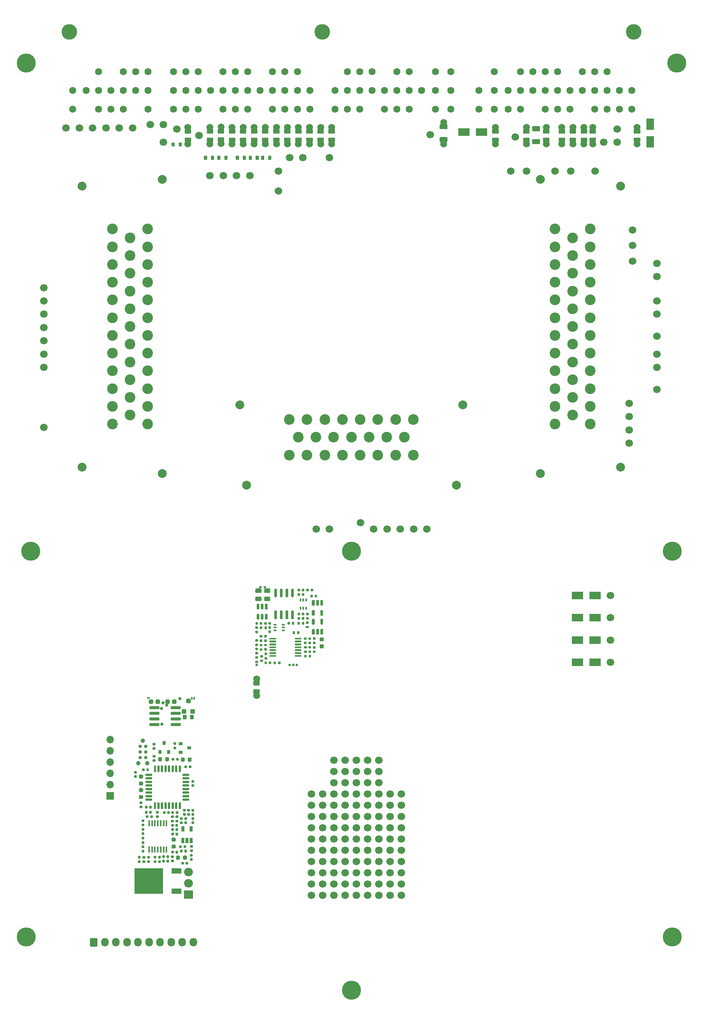
<source format=gts>
G75*
G70*
%OFA0B0*%
%FSLAX25Y25*%
%IPPOS*%
%LPD*%
%AMOC8*
5,1,8,0,0,1.08239X$1,22.5*
%
%AMM16*
21,1,0.040950,0.030320,-0.000000,-0.000000,0.000000*
21,1,0.028350,0.042910,-0.000000,-0.000000,0.000000*
1,1,0.012600,0.014170,-0.015160*
1,1,0.012600,-0.014170,-0.015160*
1,1,0.012600,-0.014170,0.015160*
1,1,0.012600,0.014170,0.015160*
%
%AMM17*
21,1,0.038980,0.026770,-0.000000,-0.000000,180.000000*
21,1,0.026770,0.038980,-0.000000,-0.000000,180.000000*
1,1,0.012210,-0.013390,0.013390*
1,1,0.012210,0.013390,0.013390*
1,1,0.012210,0.013390,-0.013390*
1,1,0.012210,-0.013390,-0.013390*
%
%AMM18*
21,1,0.033070,0.030710,-0.000000,-0.000000,0.000000*
21,1,0.022050,0.041730,-0.000000,-0.000000,0.000000*
1,1,0.011020,0.011020,-0.015350*
1,1,0.011020,-0.011020,-0.015350*
1,1,0.011020,-0.011020,0.015350*
1,1,0.011020,0.011020,0.015350*
%
%ADD10C,0.06693*%
%ADD101O,0.02520X0.01535*%
%ADD102O,0.01535X0.02520*%
%ADD104O,0.09213X0.02913*%
%ADD107C,0.02913*%
%ADD109R,0.08661X0.04724*%
%ADD11C,0.06000*%
%ADD110R,0.25197X0.22835*%
%ADD111R,0.01772X0.05709*%
%ADD112R,0.02559X0.04803*%
%ADD113R,0.07874X0.07500*%
%ADD114O,0.07874X0.07500*%
%ADD12R,0.09843X0.07087*%
%ADD13C,0.02362*%
%ADD131M16*%
%ADD132M17*%
%ADD133M18*%
%ADD23O,0.01969X0.00984*%
%ADD25O,0.00984X0.01969*%
%ADD26C,0.09449*%
%ADD27O,0.06693X0.07677*%
%ADD28C,0.06299*%
%ADD38R,0.06693X0.06693*%
%ADD39O,0.06693X0.06693*%
%ADD40R,0.07087X0.09843*%
%ADD45C,0.07874*%
%ADD46C,0.16929*%
%ADD47C,0.13780*%
%ADD64R,0.02559X0.01575*%
%ADD71R,0.01575X0.02559*%
%ADD74C,0.05118*%
%ADD77R,0.03543X0.03150*%
%ADD80R,0.03150X0.03543*%
%ADD88C,0.03100*%
%ADD91C,0.03900*%
X0000000Y0000000D02*
%LPD*%
G01*
D10*
X0576772Y0568898D03*
X0051181Y0781496D03*
X0299528Y0150079D03*
X0299528Y0160079D03*
X0299528Y0170079D03*
X0299528Y0180079D03*
X0299528Y0190079D03*
X0309528Y0150079D03*
X0309528Y0160079D03*
X0309528Y0170079D03*
X0309528Y0180079D03*
X0309528Y0190079D03*
X0319528Y0150079D03*
X0319528Y0160079D03*
X0319528Y0170079D03*
X0319528Y0180079D03*
X0319528Y0190079D03*
X0535433Y0366142D03*
D11*
X0188976Y0782498D03*
G36*
G01*
X0186516Y0780707D02*
X0191437Y0780707D01*
G75*
G02*
X0191831Y0780313I0000000J-000394D01*
G01*
X0191831Y0777163D01*
G75*
G02*
X0191437Y0776770I-000394J0000000D01*
G01*
X0186516Y0776770D01*
G75*
G02*
X0186122Y0777163I0000000J0000394D01*
G01*
X0186122Y0780313D01*
G75*
G02*
X0186516Y0780707I0000394J0000000D01*
G01*
G37*
G36*
G01*
X0186516Y0773226D02*
X0191437Y0773226D01*
G75*
G02*
X0191831Y0772833I0000000J-000394D01*
G01*
X0191831Y0769683D01*
G75*
G02*
X0191437Y0769289I-000394J0000000D01*
G01*
X0186516Y0769289D01*
G75*
G02*
X0186122Y0769683I0000000J0000394D01*
G01*
X0186122Y0772833D01*
G75*
G02*
X0186516Y0773226I0000394J0000000D01*
G01*
G37*
X0188976Y0767498D03*
D46*
X0305118Y0015748D03*
D10*
X0521654Y0743307D03*
X0486220Y0743307D03*
D11*
X0228346Y0782303D03*
G36*
G01*
X0225886Y0780512D02*
X0230807Y0780512D01*
G75*
G02*
X0231201Y0780118I0000000J-000394D01*
G01*
X0231201Y0776969D01*
G75*
G02*
X0230807Y0776575I-000394J0000000D01*
G01*
X0225886Y0776575D01*
G75*
G02*
X0225492Y0776969I0000000J0000394D01*
G01*
X0225492Y0780118D01*
G75*
G02*
X0225886Y0780512I0000394J0000000D01*
G01*
G37*
G36*
G01*
X0225886Y0773031D02*
X0230807Y0773031D01*
G75*
G02*
X0231201Y0772638I0000000J-000394D01*
G01*
X0231201Y0769488D01*
G75*
G02*
X0230807Y0769094I-000394J0000000D01*
G01*
X0225886Y0769094D01*
G75*
G02*
X0225492Y0769488I0000000J0000394D01*
G01*
X0225492Y0772638D01*
G75*
G02*
X0225886Y0773031I0000394J0000000D01*
G01*
G37*
X0228346Y0767303D03*
D10*
X0450787Y0773622D03*
X0446850Y0743307D03*
X0535433Y0326772D03*
D46*
X0019685Y0405512D03*
G36*
G01*
X0154134Y0768465D02*
X0154134Y0765394D01*
G75*
G02*
X0153858Y0765118I-000276J0000000D01*
G01*
X0151654Y0765118D01*
G75*
G02*
X0151378Y0765394I0000000J0000276D01*
G01*
X0151378Y0768465D01*
G75*
G02*
X0151654Y0768740I0000276J0000000D01*
G01*
X0153858Y0768740D01*
G75*
G02*
X0154134Y0768465I0000000J-000276D01*
G01*
G37*
G36*
G01*
X0147835Y0768465D02*
X0147835Y0765394D01*
G75*
G02*
X0147559Y0765118I-000276J0000000D01*
G01*
X0145354Y0765118D01*
G75*
G02*
X0145079Y0765394I0000000J0000276D01*
G01*
X0145079Y0768465D01*
G75*
G02*
X0145354Y0768740I0000276J0000000D01*
G01*
X0147559Y0768740D01*
G75*
G02*
X0147835Y0768465I0000000J-000276D01*
G01*
G37*
D12*
X0505906Y0307087D03*
X0521654Y0307087D03*
D11*
X0501969Y0782303D03*
G36*
G01*
X0499508Y0780512D02*
X0504429Y0780512D01*
G75*
G02*
X0504823Y0780118I0000000J-000394D01*
G01*
X0504823Y0776969D01*
G75*
G02*
X0504429Y0776575I-000394J0000000D01*
G01*
X0499508Y0776575D01*
G75*
G02*
X0499114Y0776969I0000000J0000394D01*
G01*
X0499114Y0780118D01*
G75*
G02*
X0499508Y0780512I0000394J0000000D01*
G01*
G37*
G36*
G01*
X0499508Y0773031D02*
X0504429Y0773031D01*
G75*
G02*
X0504823Y0772638I0000000J-000394D01*
G01*
X0504823Y0769488D01*
G75*
G02*
X0504429Y0769094I-000394J0000000D01*
G01*
X0499508Y0769094D01*
G75*
G02*
X0499114Y0769488I0000000J0000394D01*
G01*
X0499114Y0772638D01*
G75*
G02*
X0499508Y0773031I0000394J0000000D01*
G01*
G37*
X0501969Y0767303D03*
D10*
X0031496Y0592520D03*
X0576772Y0596457D03*
D46*
X0015748Y0839370D03*
D10*
X0250000Y0755118D03*
X0137795Y0768898D03*
X0031496Y0568898D03*
X0285433Y0425197D03*
D13*
X0220571Y0304724D03*
X0250098Y0304724D03*
X0253248Y0304724D03*
X0256398Y0304724D03*
X0228051Y0373720D03*
X0224114Y0373720D03*
D10*
X0074803Y0781496D03*
X0541339Y0768898D03*
D46*
X0590551Y0062992D03*
D10*
X0535433Y0307087D03*
X0551969Y0501575D03*
X0179134Y0739370D03*
X0541339Y0780709D03*
X0329528Y0200079D03*
X0319528Y0200079D03*
X0309528Y0200079D03*
X0299528Y0200079D03*
X0289528Y0200079D03*
X0329528Y0210079D03*
X0319528Y0210079D03*
X0309528Y0210079D03*
X0299528Y0210079D03*
X0289528Y0210079D03*
X0329528Y0220079D03*
X0319528Y0220079D03*
X0309528Y0220079D03*
X0299528Y0220079D03*
X0289528Y0220079D03*
D23*
X0124262Y0275249D03*
D25*
X0165010Y0275052D03*
X0163041Y0275052D03*
D13*
X0137254Y0270919D03*
X0140699Y0268852D03*
X0136073Y0265899D03*
X0136368Y0251923D03*
D10*
X0576772Y0616142D03*
D45*
X0544291Y0480413D03*
X0544291Y0730020D03*
X0473032Y0474508D03*
X0473032Y0735925D03*
X0404134Y0535531D03*
X0398228Y0464272D03*
X0211614Y0464272D03*
X0205709Y0535531D03*
X0136811Y0474508D03*
X0136811Y0735925D03*
X0065551Y0480413D03*
X0065551Y0730020D03*
D26*
X0517520Y0518602D03*
X0517520Y0534350D03*
X0517520Y0550098D03*
X0517520Y0565846D03*
X0517520Y0581594D03*
X0517520Y0597343D03*
X0517520Y0613091D03*
X0517520Y0628839D03*
X0517520Y0644587D03*
X0517520Y0660335D03*
X0517520Y0676083D03*
X0517520Y0691831D03*
X0501772Y0526476D03*
X0501772Y0542224D03*
X0501772Y0557972D03*
X0501772Y0573720D03*
X0501772Y0589469D03*
X0501772Y0605217D03*
X0501772Y0620965D03*
X0501772Y0636713D03*
X0501772Y0652461D03*
X0501772Y0668209D03*
X0501772Y0683957D03*
X0486024Y0518602D03*
X0486024Y0534350D03*
X0486024Y0550098D03*
X0486024Y0565846D03*
X0486024Y0581594D03*
X0486024Y0597343D03*
X0486024Y0613091D03*
X0486024Y0628839D03*
X0486024Y0644587D03*
X0486024Y0660335D03*
X0486024Y0676083D03*
X0486024Y0691831D03*
X0249803Y0491043D03*
X0265551Y0491043D03*
X0281299Y0491043D03*
X0297047Y0491043D03*
X0312795Y0491043D03*
X0328543Y0491043D03*
X0344291Y0491043D03*
X0360039Y0491043D03*
X0257677Y0506791D03*
X0273425Y0506791D03*
X0289173Y0506791D03*
X0304921Y0506791D03*
X0320669Y0506791D03*
X0336417Y0506791D03*
X0352165Y0506791D03*
X0249803Y0522539D03*
X0265551Y0522539D03*
X0281299Y0522539D03*
X0297047Y0522539D03*
X0312795Y0522539D03*
X0328543Y0522539D03*
X0344291Y0522539D03*
X0360039Y0522539D03*
X0092323Y0691831D03*
X0092323Y0676083D03*
X0092323Y0660335D03*
X0092323Y0644587D03*
X0092323Y0628839D03*
X0092323Y0613091D03*
X0092323Y0597343D03*
X0092323Y0581594D03*
X0092323Y0565846D03*
X0092323Y0550098D03*
X0092323Y0534350D03*
X0092323Y0518602D03*
X0108071Y0683957D03*
X0108071Y0668209D03*
X0108071Y0652461D03*
X0108071Y0636713D03*
X0108071Y0620965D03*
X0108071Y0605217D03*
X0108071Y0589469D03*
X0108071Y0573720D03*
X0108071Y0557972D03*
X0108071Y0542224D03*
X0108071Y0526476D03*
X0123819Y0691831D03*
X0123819Y0676083D03*
X0123819Y0660335D03*
X0123819Y0644587D03*
X0123819Y0628839D03*
X0123819Y0613091D03*
X0123819Y0597343D03*
X0123819Y0581594D03*
X0123819Y0565846D03*
X0123819Y0550098D03*
X0123819Y0534350D03*
X0123819Y0518602D03*
D10*
X0299528Y0100079D03*
X0299528Y0110079D03*
X0299528Y0120079D03*
X0299528Y0130079D03*
X0299528Y0140079D03*
X0309528Y0100079D03*
X0309528Y0110079D03*
X0309528Y0120079D03*
X0309528Y0130079D03*
X0309528Y0140079D03*
X0319528Y0100079D03*
X0319528Y0110079D03*
X0319528Y0120079D03*
X0319528Y0130079D03*
X0319528Y0140079D03*
G36*
G01*
X0072441Y0055295D02*
X0072441Y0061004D01*
G75*
G02*
X0073425Y0061988I0000984J0000000D01*
G01*
X0078150Y0061988D01*
G75*
G02*
X0079134Y0061004I0000000J-000984D01*
G01*
X0079134Y0055295D01*
G75*
G02*
X0078150Y0054311I-000984J0000000D01*
G01*
X0073425Y0054311D01*
G75*
G02*
X0072441Y0055295I0000000J0000984D01*
G01*
G37*
D27*
X0085630Y0058150D03*
X0095472Y0058150D03*
X0105315Y0058150D03*
X0115157Y0058150D03*
X0125000Y0058150D03*
X0134843Y0058150D03*
X0144685Y0058150D03*
X0154528Y0058150D03*
X0164370Y0058150D03*
D10*
X0375073Y0775591D03*
X0551969Y0525197D03*
G36*
G01*
X0173819Y0753583D02*
X0173819Y0756654D01*
G75*
G02*
X0174094Y0756929I0000276J0000000D01*
G01*
X0176299Y0756929D01*
G75*
G02*
X0176575Y0756654I0000000J-000276D01*
G01*
X0176575Y0753583D01*
G75*
G02*
X0176299Y0753307I-000276J0000000D01*
G01*
X0174094Y0753307D01*
G75*
G02*
X0173819Y0753583I0000000J0000276D01*
G01*
G37*
G36*
G01*
X0180118Y0753583D02*
X0180118Y0756654D01*
G75*
G02*
X0180394Y0756929I0000276J0000000D01*
G01*
X0182598Y0756929D01*
G75*
G02*
X0182874Y0756654I0000000J-000276D01*
G01*
X0182874Y0753583D01*
G75*
G02*
X0182598Y0753307I-000276J0000000D01*
G01*
X0180394Y0753307D01*
G75*
G02*
X0180118Y0753583I0000000J0000276D01*
G01*
G37*
D11*
X0478346Y0782303D03*
G36*
G01*
X0475886Y0780512D02*
X0480807Y0780512D01*
G75*
G02*
X0481201Y0780118I0000000J-000394D01*
G01*
X0481201Y0776969D01*
G75*
G02*
X0480807Y0776575I-000394J0000000D01*
G01*
X0475886Y0776575D01*
G75*
G02*
X0475492Y0776969I0000000J0000394D01*
G01*
X0475492Y0780118D01*
G75*
G02*
X0475886Y0780512I0000394J0000000D01*
G01*
G37*
G36*
G01*
X0475886Y0773031D02*
X0480807Y0773031D01*
G75*
G02*
X0481201Y0772638I0000000J-000394D01*
G01*
X0481201Y0769488D01*
G75*
G02*
X0480807Y0769094I-000394J0000000D01*
G01*
X0475886Y0769094D01*
G75*
G02*
X0475492Y0769488I0000000J0000394D01*
G01*
X0475492Y0772638D01*
G75*
G02*
X0475886Y0773031I0000394J0000000D01*
G01*
G37*
X0478346Y0767303D03*
X0198819Y0782303D03*
G36*
G01*
X0196358Y0780512D02*
X0201280Y0780512D01*
G75*
G02*
X0201673Y0780118I0000000J-000394D01*
G01*
X0201673Y0776969D01*
G75*
G02*
X0201280Y0776575I-000394J0000000D01*
G01*
X0196358Y0776575D01*
G75*
G02*
X0195965Y0776969I0000000J0000394D01*
G01*
X0195965Y0780118D01*
G75*
G02*
X0196358Y0780512I0000394J0000000D01*
G01*
G37*
G36*
G01*
X0196358Y0773031D02*
X0201280Y0773031D01*
G75*
G02*
X0201673Y0772638I0000000J-000394D01*
G01*
X0201673Y0769488D01*
G75*
G02*
X0201280Y0769094I-000394J0000000D01*
G01*
X0196358Y0769094D01*
G75*
G02*
X0195965Y0769488I0000000J0000394D01*
G01*
X0195965Y0772638D01*
G75*
G02*
X0196358Y0773031I0000394J0000000D01*
G01*
G37*
X0198819Y0767303D03*
X0267717Y0782303D03*
G36*
G01*
X0265256Y0780512D02*
X0270177Y0780512D01*
G75*
G02*
X0270571Y0780118I0000000J-000394D01*
G01*
X0270571Y0776969D01*
G75*
G02*
X0270177Y0776575I-000394J0000000D01*
G01*
X0265256Y0776575D01*
G75*
G02*
X0264862Y0776969I0000000J0000394D01*
G01*
X0264862Y0780118D01*
G75*
G02*
X0265256Y0780512I0000394J0000000D01*
G01*
G37*
G36*
G01*
X0265256Y0773031D02*
X0270177Y0773031D01*
G75*
G02*
X0270571Y0772638I0000000J-000394D01*
G01*
X0270571Y0769488D01*
G75*
G02*
X0270177Y0769094I-000394J0000000D01*
G01*
X0265256Y0769094D01*
G75*
G02*
X0264862Y0769488I0000000J0000394D01*
G01*
X0264862Y0772638D01*
G75*
G02*
X0265256Y0773031I0000394J0000000D01*
G01*
G37*
X0267717Y0767303D03*
X0387008Y0786655D03*
G36*
G01*
X0383465Y0781360D02*
X0383465Y0784076D01*
G75*
G02*
X0384370Y0784982I0000906J0000000D01*
G01*
X0389646Y0784982D01*
G75*
G02*
X0390551Y0784076I0000000J-000906D01*
G01*
X0390551Y0781360D01*
G75*
G02*
X0389646Y0780454I-000906J0000000D01*
G01*
X0384370Y0780454D01*
G75*
G02*
X0383465Y0781360I0000000J0000906D01*
G01*
G37*
G36*
G01*
X0383465Y0769942D02*
X0383465Y0772659D01*
G75*
G02*
X0384370Y0773564I0000906J0000000D01*
G01*
X0389646Y0773564D01*
G75*
G02*
X0390551Y0772659I0000000J-000906D01*
G01*
X0390551Y0769942D01*
G75*
G02*
X0389646Y0769037I-000906J0000000D01*
G01*
X0384370Y0769037D01*
G75*
G02*
X0383465Y0769942I0000000J0000906D01*
G01*
G37*
X0387008Y0767364D03*
X0511811Y0782303D03*
G36*
G01*
X0509350Y0780512D02*
X0514272Y0780512D01*
G75*
G02*
X0514665Y0780118I0000000J-000394D01*
G01*
X0514665Y0776969D01*
G75*
G02*
X0514272Y0776575I-000394J0000000D01*
G01*
X0509350Y0776575D01*
G75*
G02*
X0508957Y0776969I0000000J0000394D01*
G01*
X0508957Y0780118D01*
G75*
G02*
X0509350Y0780512I0000394J0000000D01*
G01*
G37*
G36*
G01*
X0509350Y0773031D02*
X0514272Y0773031D01*
G75*
G02*
X0514665Y0772638I0000000J-000394D01*
G01*
X0514665Y0769488D01*
G75*
G02*
X0514272Y0769094I-000394J0000000D01*
G01*
X0509350Y0769094D01*
G75*
G02*
X0508957Y0769488I0000000J0000394D01*
G01*
X0508957Y0772638D01*
G75*
G02*
X0509350Y0773031I0000394J0000000D01*
G01*
G37*
X0511811Y0767303D03*
D10*
X0062992Y0781496D03*
X0529528Y0768898D03*
X0329528Y0150079D03*
X0329528Y0160079D03*
X0329528Y0170079D03*
X0329528Y0180079D03*
X0329528Y0190079D03*
X0339528Y0150079D03*
X0339528Y0160079D03*
X0339528Y0170079D03*
X0339528Y0180079D03*
X0339528Y0190079D03*
X0349528Y0150079D03*
X0349528Y0160079D03*
X0349528Y0170079D03*
X0349528Y0180079D03*
X0349528Y0190079D03*
G36*
G01*
X0211220Y0756654D02*
X0211220Y0753583D01*
G75*
G02*
X0210945Y0753307I-000276J0000000D01*
G01*
X0208740Y0753307D01*
G75*
G02*
X0208465Y0753583I0000000J0000276D01*
G01*
X0208465Y0756654D01*
G75*
G02*
X0208740Y0756929I0000276J0000000D01*
G01*
X0210945Y0756929D01*
G75*
G02*
X0211220Y0756654I0000000J-000276D01*
G01*
G37*
G36*
G01*
X0204921Y0756654D02*
X0204921Y0753583D01*
G75*
G02*
X0204646Y0753307I-000276J0000000D01*
G01*
X0202441Y0753307D01*
G75*
G02*
X0202165Y0753583I0000000J0000276D01*
G01*
X0202165Y0756654D01*
G75*
G02*
X0202441Y0756929I0000276J0000000D01*
G01*
X0204646Y0756929D01*
G75*
G02*
X0204921Y0756654I0000000J-000276D01*
G01*
G37*
D46*
X0590551Y0405512D03*
D12*
X0420866Y0777953D03*
X0405118Y0777953D03*
G36*
G01*
X0465748Y0779547D02*
X0465748Y0782264D01*
G75*
G02*
X0466654Y0783169I0000906J0000000D01*
G01*
X0471929Y0783169D01*
G75*
G02*
X0472835Y0782264I0000000J-000906D01*
G01*
X0472835Y0779547D01*
G75*
G02*
X0471929Y0778642I-000906J0000000D01*
G01*
X0466654Y0778642D01*
G75*
G02*
X0465748Y0779547I0000000J0000906D01*
G01*
G37*
G36*
G01*
X0465748Y0768130D02*
X0465748Y0770846D01*
G75*
G02*
X0466654Y0771752I0000906J0000000D01*
G01*
X0471929Y0771752D01*
G75*
G02*
X0472835Y0770846I0000000J-000906D01*
G01*
X0472835Y0768130D01*
G75*
G02*
X0471929Y0767224I-000906J0000000D01*
G01*
X0466654Y0767224D01*
G75*
G02*
X0465748Y0768130I0000000J0000906D01*
G01*
G37*
D10*
X0031496Y0515748D03*
X0372047Y0425197D03*
D46*
X0015748Y0062992D03*
D10*
X0240157Y0743307D03*
X0269528Y0100079D03*
X0269528Y0110079D03*
X0269528Y0120079D03*
X0269528Y0130079D03*
X0269528Y0140079D03*
X0279528Y0100079D03*
X0279528Y0110079D03*
X0279528Y0120079D03*
X0279528Y0130079D03*
X0279528Y0140079D03*
X0289528Y0100079D03*
X0289528Y0110079D03*
X0289528Y0120079D03*
X0289528Y0130079D03*
X0289528Y0140079D03*
X0551969Y0513386D03*
D12*
X0505906Y0366142D03*
X0521654Y0366142D03*
D10*
X0202756Y0739370D03*
D47*
X0054134Y0866929D03*
X0279134Y0866929D03*
X0556102Y0866929D03*
D28*
X0554528Y0798425D03*
X0543504Y0798425D03*
X0532480Y0798425D03*
X0521457Y0798425D03*
X0499409Y0798425D03*
X0488386Y0798425D03*
X0477362Y0798425D03*
X0455315Y0798425D03*
X0444291Y0798425D03*
X0432087Y0798425D03*
X0418307Y0798425D03*
X0554528Y0814961D03*
X0543504Y0814961D03*
X0532480Y0814961D03*
X0521457Y0814961D03*
X0510433Y0814961D03*
X0499409Y0814961D03*
X0488386Y0814961D03*
X0477362Y0814961D03*
X0466339Y0814961D03*
X0455315Y0814961D03*
X0444291Y0814961D03*
X0432087Y0814961D03*
X0418307Y0814961D03*
X0532480Y0831496D03*
X0521457Y0831496D03*
X0510433Y0831496D03*
X0488386Y0831496D03*
X0477362Y0831496D03*
X0466339Y0831496D03*
X0455315Y0831496D03*
X0432087Y0831496D03*
X0393504Y0798425D03*
X0379724Y0798425D03*
X0356496Y0798425D03*
X0345472Y0798425D03*
X0334449Y0798425D03*
X0312402Y0798425D03*
X0301378Y0798425D03*
X0290354Y0798425D03*
X0393504Y0814961D03*
X0379724Y0814961D03*
X0367520Y0814961D03*
X0356496Y0814961D03*
X0345472Y0814961D03*
X0334449Y0814961D03*
X0323425Y0814961D03*
X0312402Y0814961D03*
X0301378Y0814961D03*
X0290354Y0814961D03*
X0393504Y0831496D03*
X0379724Y0831496D03*
X0356496Y0831496D03*
X0345472Y0831496D03*
X0323425Y0831496D03*
X0312402Y0831496D03*
X0301378Y0831496D03*
X0267913Y0798425D03*
X0256890Y0798425D03*
X0245866Y0798425D03*
X0234843Y0798425D03*
X0212795Y0798425D03*
X0201772Y0798425D03*
X0190748Y0798425D03*
X0168701Y0798425D03*
X0157677Y0798425D03*
X0146654Y0798425D03*
X0267913Y0814961D03*
X0256890Y0814961D03*
X0245866Y0814961D03*
X0234843Y0814961D03*
X0223819Y0814961D03*
X0212795Y0814961D03*
X0201772Y0814961D03*
X0190748Y0814961D03*
X0179724Y0814961D03*
X0168701Y0814961D03*
X0157677Y0814961D03*
X0146654Y0814961D03*
X0256890Y0831496D03*
X0245866Y0831496D03*
X0234843Y0831496D03*
X0212795Y0831496D03*
X0201772Y0831496D03*
X0190748Y0831496D03*
X0168701Y0831496D03*
X0157677Y0831496D03*
X0146654Y0831496D03*
X0124213Y0798425D03*
X0102165Y0798425D03*
X0091142Y0798425D03*
X0080118Y0798425D03*
X0056890Y0798425D03*
X0124213Y0814961D03*
X0113189Y0814961D03*
X0102165Y0814961D03*
X0091142Y0814961D03*
X0080118Y0814961D03*
X0069094Y0814961D03*
X0056890Y0814961D03*
X0124213Y0831496D03*
X0113189Y0831496D03*
X0102165Y0831496D03*
X0080118Y0831496D03*
D11*
X0179134Y0782303D03*
G36*
G01*
X0176673Y0780512D02*
X0181594Y0780512D01*
G75*
G02*
X0181988Y0780118I0000000J-000394D01*
G01*
X0181988Y0776969D01*
G75*
G02*
X0181594Y0776575I-000394J0000000D01*
G01*
X0176673Y0776575D01*
G75*
G02*
X0176280Y0776969I0000000J0000394D01*
G01*
X0176280Y0780118D01*
G75*
G02*
X0176673Y0780512I0000394J0000000D01*
G01*
G37*
G36*
G01*
X0176673Y0773031D02*
X0181594Y0773031D01*
G75*
G02*
X0181988Y0772638I0000000J-000394D01*
G01*
X0181988Y0769488D01*
G75*
G02*
X0181594Y0769094I-000394J0000000D01*
G01*
X0176673Y0769094D01*
G75*
G02*
X0176280Y0769488I0000000J0000394D01*
G01*
X0176280Y0772638D01*
G75*
G02*
X0176673Y0773031I0000394J0000000D01*
G01*
G37*
X0179134Y0767303D03*
G36*
G01*
X0222638Y0756654D02*
X0222638Y0753583D01*
G75*
G02*
X0222362Y0753307I-000276J0000000D01*
G01*
X0220157Y0753307D01*
G75*
G02*
X0219882Y0753583I0000000J0000276D01*
G01*
X0219882Y0756654D01*
G75*
G02*
X0220157Y0756929I0000276J0000000D01*
G01*
X0222362Y0756929D01*
G75*
G02*
X0222638Y0756654I0000000J-000276D01*
G01*
G37*
G36*
G01*
X0216339Y0756654D02*
X0216339Y0753583D01*
G75*
G02*
X0216063Y0753307I-000276J0000000D01*
G01*
X0213858Y0753307D01*
G75*
G02*
X0213583Y0753583I0000000J0000276D01*
G01*
X0213583Y0756654D01*
G75*
G02*
X0213858Y0756929I0000276J0000000D01*
G01*
X0216063Y0756929D01*
G75*
G02*
X0216339Y0756654I0000000J-000276D01*
G01*
G37*
X0519685Y0782303D03*
G36*
G01*
X0517224Y0780512D02*
X0522146Y0780512D01*
G75*
G02*
X0522539Y0780118I0000000J-000394D01*
G01*
X0522539Y0776969D01*
G75*
G02*
X0522146Y0776575I-000394J0000000D01*
G01*
X0517224Y0776575D01*
G75*
G02*
X0516831Y0776969I0000000J0000394D01*
G01*
X0516831Y0780118D01*
G75*
G02*
X0517224Y0780512I0000394J0000000D01*
G01*
G37*
G36*
G01*
X0517224Y0773031D02*
X0522146Y0773031D01*
G75*
G02*
X0522539Y0772638I0000000J-000394D01*
G01*
X0522539Y0769488D01*
G75*
G02*
X0522146Y0769094I-000394J0000000D01*
G01*
X0517224Y0769094D01*
G75*
G02*
X0516831Y0769488I0000000J0000394D01*
G01*
X0516831Y0772638D01*
G75*
G02*
X0517224Y0773031I0000394J0000000D01*
G01*
G37*
X0519685Y0767303D03*
D10*
X0551969Y0537008D03*
D46*
X0594488Y0839370D03*
D10*
X0348425Y0425197D03*
D11*
X0277559Y0782303D03*
G36*
G01*
X0275098Y0780512D02*
X0280020Y0780512D01*
G75*
G02*
X0280413Y0780118I0000000J-000394D01*
G01*
X0280413Y0776969D01*
G75*
G02*
X0280020Y0776575I-000394J0000000D01*
G01*
X0275098Y0776575D01*
G75*
G02*
X0274705Y0776969I0000000J0000394D01*
G01*
X0274705Y0780118D01*
G75*
G02*
X0275098Y0780512I0000394J0000000D01*
G01*
G37*
G36*
G01*
X0275098Y0773031D02*
X0280020Y0773031D01*
G75*
G02*
X0280413Y0772638I0000000J-000394D01*
G01*
X0280413Y0769488D01*
G75*
G02*
X0280020Y0769094I-000394J0000000D01*
G01*
X0275098Y0769094D01*
G75*
G02*
X0274705Y0769488I0000000J0000394D01*
G01*
X0274705Y0772638D01*
G75*
G02*
X0275098Y0773031I0000394J0000000D01*
G01*
G37*
X0277559Y0767303D03*
D10*
X0535433Y0346457D03*
D11*
X0559055Y0782303D03*
G36*
G01*
X0556594Y0780512D02*
X0561516Y0780512D01*
G75*
G02*
X0561909Y0780118I0000000J-000394D01*
G01*
X0561909Y0776969D01*
G75*
G02*
X0561516Y0776575I-000394J0000000D01*
G01*
X0556594Y0776575D01*
G75*
G02*
X0556201Y0776969I0000000J0000394D01*
G01*
X0556201Y0780118D01*
G75*
G02*
X0556594Y0780512I0000394J0000000D01*
G01*
G37*
G36*
G01*
X0556594Y0773031D02*
X0561516Y0773031D01*
G75*
G02*
X0561909Y0772638I0000000J-000394D01*
G01*
X0561909Y0769488D01*
G75*
G02*
X0561516Y0769094I-000394J0000000D01*
G01*
X0556594Y0769094D01*
G75*
G02*
X0556201Y0769488I0000000J0000394D01*
G01*
X0556201Y0772638D01*
G75*
G02*
X0556594Y0773031I0000394J0000000D01*
G01*
G37*
X0559055Y0767303D03*
D10*
X0137795Y0784646D03*
X0261811Y0755118D03*
G36*
G01*
X0185630Y0753583D02*
X0185630Y0756654D01*
G75*
G02*
X0185906Y0756929I0000276J0000000D01*
G01*
X0188110Y0756929D01*
G75*
G02*
X0188386Y0756654I0000000J-000276D01*
G01*
X0188386Y0753583D01*
G75*
G02*
X0188110Y0753307I-000276J0000000D01*
G01*
X0185906Y0753307D01*
G75*
G02*
X0185630Y0753583I0000000J0000276D01*
G01*
G37*
G36*
G01*
X0191929Y0753583D02*
X0191929Y0756654D01*
G75*
G02*
X0192205Y0756929I0000276J0000000D01*
G01*
X0194409Y0756929D01*
G75*
G02*
X0194685Y0756654I0000000J-000276D01*
G01*
X0194685Y0753583D01*
G75*
G02*
X0194409Y0753307I-000276J0000000D01*
G01*
X0192205Y0753307D01*
G75*
G02*
X0191929Y0753583I0000000J0000276D01*
G01*
G37*
X0329528Y0100079D03*
X0329528Y0110079D03*
X0329528Y0120079D03*
X0329528Y0130079D03*
X0329528Y0140079D03*
X0339528Y0100079D03*
X0339528Y0110079D03*
X0339528Y0120079D03*
X0339528Y0130079D03*
X0339528Y0140079D03*
X0349528Y0100079D03*
X0349528Y0110079D03*
X0349528Y0120079D03*
X0349528Y0130079D03*
X0349528Y0140079D03*
D38*
X0090551Y0188189D03*
D39*
X0090551Y0198189D03*
X0090551Y0208189D03*
X0090551Y0218189D03*
X0090551Y0228189D03*
X0090551Y0238189D03*
D10*
X0214567Y0739370D03*
X0031496Y0639764D03*
X0273622Y0425197D03*
D11*
X0238268Y0782303D03*
G36*
G01*
X0235807Y0780512D02*
X0240728Y0780512D01*
G75*
G02*
X0241122Y0780118I0000000J-000394D01*
G01*
X0241122Y0776969D01*
G75*
G02*
X0240728Y0776575I-000394J0000000D01*
G01*
X0235807Y0776575D01*
G75*
G02*
X0235413Y0776969I0000000J0000394D01*
G01*
X0235413Y0780118D01*
G75*
G02*
X0235807Y0780512I0000394J0000000D01*
G01*
G37*
G36*
G01*
X0235807Y0773031D02*
X0240728Y0773031D01*
G75*
G02*
X0241122Y0772638I0000000J-000394D01*
G01*
X0241122Y0769488D01*
G75*
G02*
X0240728Y0769094I-000394J0000000D01*
G01*
X0235807Y0769094D01*
G75*
G02*
X0235413Y0769488I0000000J0000394D01*
G01*
X0235413Y0772638D01*
G75*
G02*
X0235807Y0773031I0000394J0000000D01*
G01*
G37*
X0238268Y0767303D03*
X0159449Y0782303D03*
G36*
G01*
X0156988Y0780512D02*
X0161909Y0780512D01*
G75*
G02*
X0162303Y0780118I0000000J-000394D01*
G01*
X0162303Y0776969D01*
G75*
G02*
X0161909Y0776575I-000394J0000000D01*
G01*
X0156988Y0776575D01*
G75*
G02*
X0156594Y0776969I0000000J0000394D01*
G01*
X0156594Y0780118D01*
G75*
G02*
X0156988Y0780512I0000394J0000000D01*
G01*
G37*
G36*
G01*
X0156988Y0773031D02*
X0161909Y0773031D01*
G75*
G02*
X0162303Y0772638I0000000J-000394D01*
G01*
X0162303Y0769488D01*
G75*
G02*
X0161909Y0769094I-000394J0000000D01*
G01*
X0156988Y0769094D01*
G75*
G02*
X0156594Y0769488I0000000J0000394D01*
G01*
X0156594Y0772638D01*
G75*
G02*
X0156988Y0773031I0000394J0000000D01*
G01*
G37*
X0159449Y0767303D03*
D10*
X0555118Y0663386D03*
X0110236Y0781496D03*
X0086614Y0781496D03*
X0555118Y0677165D03*
D11*
X0208661Y0782303D03*
G36*
G01*
X0206201Y0780512D02*
X0211122Y0780512D01*
G75*
G02*
X0211516Y0780118I0000000J-000394D01*
G01*
X0211516Y0776969D01*
G75*
G02*
X0211122Y0776575I-000394J0000000D01*
G01*
X0206201Y0776575D01*
G75*
G02*
X0205807Y0776969I0000000J0000394D01*
G01*
X0205807Y0780118D01*
G75*
G02*
X0206201Y0780512I0000394J0000000D01*
G01*
G37*
G36*
G01*
X0206201Y0773031D02*
X0211122Y0773031D01*
G75*
G02*
X0211516Y0772638I0000000J-000394D01*
G01*
X0211516Y0769488D01*
G75*
G02*
X0211122Y0769094I-000394J0000000D01*
G01*
X0206201Y0769094D01*
G75*
G02*
X0205807Y0769488I0000000J0000394D01*
G01*
X0205807Y0772638D01*
G75*
G02*
X0206201Y0773031I0000394J0000000D01*
G01*
G37*
X0208661Y0767303D03*
D10*
X0576772Y0580709D03*
D11*
X0460630Y0782303D03*
G36*
G01*
X0458169Y0780512D02*
X0463091Y0780512D01*
G75*
G02*
X0463484Y0780118I0000000J-000394D01*
G01*
X0463484Y0776969D01*
G75*
G02*
X0463091Y0776575I-000394J0000000D01*
G01*
X0458169Y0776575D01*
G75*
G02*
X0457776Y0776969I0000000J0000394D01*
G01*
X0457776Y0780118D01*
G75*
G02*
X0458169Y0780512I0000394J0000000D01*
G01*
G37*
G36*
G01*
X0458169Y0773031D02*
X0463091Y0773031D01*
G75*
G02*
X0463484Y0772638I0000000J-000394D01*
G01*
X0463484Y0769488D01*
G75*
G02*
X0463091Y0769094I-000394J0000000D01*
G01*
X0458169Y0769094D01*
G75*
G02*
X0457776Y0769488I0000000J0000394D01*
G01*
X0457776Y0772638D01*
G75*
G02*
X0458169Y0773031I0000394J0000000D01*
G01*
G37*
X0460630Y0767303D03*
D12*
X0505906Y0346457D03*
X0521654Y0346457D03*
D10*
X0576772Y0627953D03*
X0312992Y0431102D03*
D40*
X0570866Y0769192D03*
X0570866Y0784941D03*
D10*
X0576772Y0661417D03*
X0031496Y0580709D03*
X0500000Y0743307D03*
X0169291Y0774803D03*
D11*
X0248031Y0782303D03*
G36*
G01*
X0245571Y0780512D02*
X0250492Y0780512D01*
G75*
G02*
X0250886Y0780118I0000000J-000394D01*
G01*
X0250886Y0776969D01*
G75*
G02*
X0250492Y0776575I-000394J0000000D01*
G01*
X0245571Y0776575D01*
G75*
G02*
X0245177Y0776969I0000000J0000394D01*
G01*
X0245177Y0780118D01*
G75*
G02*
X0245571Y0780512I0000394J0000000D01*
G01*
G37*
G36*
G01*
X0245571Y0773031D02*
X0250492Y0773031D01*
G75*
G02*
X0250886Y0772638I0000000J-000394D01*
G01*
X0250886Y0769488D01*
G75*
G02*
X0250492Y0769094I-000394J0000000D01*
G01*
X0245571Y0769094D01*
G75*
G02*
X0245177Y0769488I0000000J0000394D01*
G01*
X0245177Y0772638D01*
G75*
G02*
X0245571Y0773031I0000394J0000000D01*
G01*
G37*
X0248031Y0767303D03*
X0287402Y0782303D03*
G36*
G01*
X0284941Y0780512D02*
X0289862Y0780512D01*
G75*
G02*
X0290256Y0780118I0000000J-000394D01*
G01*
X0290256Y0776969D01*
G75*
G02*
X0289862Y0776575I-000394J0000000D01*
G01*
X0284941Y0776575D01*
G75*
G02*
X0284547Y0776969I0000000J0000394D01*
G01*
X0284547Y0780118D01*
G75*
G02*
X0284941Y0780512I0000394J0000000D01*
G01*
G37*
G36*
G01*
X0284941Y0773031D02*
X0289862Y0773031D01*
G75*
G02*
X0290256Y0772638I0000000J-000394D01*
G01*
X0290256Y0769488D01*
G75*
G02*
X0289862Y0769094I-000394J0000000D01*
G01*
X0284941Y0769094D01*
G75*
G02*
X0284547Y0769488I0000000J0000394D01*
G01*
X0284547Y0772638D01*
G75*
G02*
X0284941Y0773031I0000394J0000000D01*
G01*
G37*
X0287402Y0767303D03*
X0433071Y0782303D03*
G36*
G01*
X0430610Y0780512D02*
X0435531Y0780512D01*
G75*
G02*
X0435925Y0780118I0000000J-000394D01*
G01*
X0435925Y0776969D01*
G75*
G02*
X0435531Y0776575I-000394J0000000D01*
G01*
X0430610Y0776575D01*
G75*
G02*
X0430217Y0776969I0000000J0000394D01*
G01*
X0430217Y0780118D01*
G75*
G02*
X0430610Y0780512I0000394J0000000D01*
G01*
G37*
G36*
G01*
X0430610Y0773031D02*
X0435531Y0773031D01*
G75*
G02*
X0435925Y0772638I0000000J-000394D01*
G01*
X0435925Y0769488D01*
G75*
G02*
X0435531Y0769094I-000394J0000000D01*
G01*
X0430610Y0769094D01*
G75*
G02*
X0430217Y0769488I0000000J0000394D01*
G01*
X0430217Y0772638D01*
G75*
G02*
X0430610Y0773031I0000394J0000000D01*
G01*
G37*
X0433071Y0767303D03*
D10*
X0098425Y0781496D03*
D11*
X0492126Y0782303D03*
G36*
G01*
X0489665Y0780512D02*
X0494587Y0780512D01*
G75*
G02*
X0494980Y0780118I0000000J-000394D01*
G01*
X0494980Y0776969D01*
G75*
G02*
X0494587Y0776575I-000394J0000000D01*
G01*
X0489665Y0776575D01*
G75*
G02*
X0489272Y0776969I0000000J0000394D01*
G01*
X0489272Y0780118D01*
G75*
G02*
X0489665Y0780512I0000394J0000000D01*
G01*
G37*
G36*
G01*
X0489665Y0773031D02*
X0494587Y0773031D01*
G75*
G02*
X0494980Y0772638I0000000J-000394D01*
G01*
X0494980Y0769488D01*
G75*
G02*
X0494587Y0769094I-000394J0000000D01*
G01*
X0489665Y0769094D01*
G75*
G02*
X0489272Y0769488I0000000J0000394D01*
G01*
X0489272Y0772638D01*
G75*
G02*
X0489665Y0773031I0000394J0000000D01*
G01*
G37*
X0492126Y0767303D03*
D10*
X0125984Y0784646D03*
G36*
G01*
X0233661Y0756654D02*
X0233661Y0753583D01*
G75*
G02*
X0233386Y0753307I-000276J0000000D01*
G01*
X0231181Y0753307D01*
G75*
G02*
X0230906Y0753583I0000000J0000276D01*
G01*
X0230906Y0756654D01*
G75*
G02*
X0231181Y0756929I0000276J0000000D01*
G01*
X0233386Y0756929D01*
G75*
G02*
X0233661Y0756654I0000000J-000276D01*
G01*
G37*
G36*
G01*
X0227362Y0756654D02*
X0227362Y0753583D01*
G75*
G02*
X0227087Y0753307I-000276J0000000D01*
G01*
X0224882Y0753307D01*
G75*
G02*
X0224606Y0753583I0000000J0000276D01*
G01*
X0224606Y0756654D01*
G75*
G02*
X0224882Y0756929I0000276J0000000D01*
G01*
X0227087Y0756929D01*
G75*
G02*
X0227362Y0756654I0000000J-000276D01*
G01*
G37*
X0240157Y0725591D03*
D46*
X0305118Y0405512D03*
D10*
X0360236Y0425197D03*
X0269528Y0150079D03*
X0269528Y0160079D03*
X0269528Y0170079D03*
X0269528Y0180079D03*
X0269528Y0190079D03*
X0279528Y0150079D03*
X0279528Y0160079D03*
X0279528Y0170079D03*
X0279528Y0180079D03*
X0279528Y0190079D03*
X0289528Y0150079D03*
X0289528Y0160079D03*
X0289528Y0170079D03*
X0289528Y0180079D03*
X0289528Y0190079D03*
X0576772Y0649606D03*
X0576772Y0549213D03*
X0324803Y0425197D03*
X0285433Y0755118D03*
X0031496Y0616142D03*
X0031496Y0627953D03*
X0460630Y0743307D03*
X0031496Y0604331D03*
X0149606Y0780709D03*
X0190945Y0739370D03*
X0336614Y0425197D03*
X0555118Y0690945D03*
D11*
X0218504Y0782303D03*
G36*
G01*
X0216043Y0780512D02*
X0220965Y0780512D01*
G75*
G02*
X0221358Y0780118I0000000J-000394D01*
G01*
X0221358Y0776969D01*
G75*
G02*
X0220965Y0776575I-000394J0000000D01*
G01*
X0216043Y0776575D01*
G75*
G02*
X0215650Y0776969I0000000J0000394D01*
G01*
X0215650Y0780118D01*
G75*
G02*
X0216043Y0780512I0000394J0000000D01*
G01*
G37*
G36*
G01*
X0216043Y0773031D02*
X0220965Y0773031D01*
G75*
G02*
X0221358Y0772638I0000000J-000394D01*
G01*
X0221358Y0769488D01*
G75*
G02*
X0220965Y0769094I-000394J0000000D01*
G01*
X0216043Y0769094D01*
G75*
G02*
X0215650Y0769488I0000000J0000394D01*
G01*
X0215650Y0772638D01*
G75*
G02*
X0216043Y0773031I0000394J0000000D01*
G01*
G37*
X0218504Y0767303D03*
X0257874Y0782303D03*
G36*
G01*
X0255413Y0780512D02*
X0260335Y0780512D01*
G75*
G02*
X0260728Y0780118I0000000J-000394D01*
G01*
X0260728Y0776969D01*
G75*
G02*
X0260335Y0776575I-000394J0000000D01*
G01*
X0255413Y0776575D01*
G75*
G02*
X0255020Y0776969I0000000J0000394D01*
G01*
X0255020Y0780118D01*
G75*
G02*
X0255413Y0780512I0000394J0000000D01*
G01*
G37*
G36*
G01*
X0255413Y0773031D02*
X0260335Y0773031D01*
G75*
G02*
X0260728Y0772638I0000000J-000394D01*
G01*
X0260728Y0769488D01*
G75*
G02*
X0260335Y0769094I-000394J0000000D01*
G01*
X0255413Y0769094D01*
G75*
G02*
X0255020Y0769488I0000000J0000394D01*
G01*
X0255020Y0772638D01*
G75*
G02*
X0255413Y0773031I0000394J0000000D01*
G01*
G37*
X0257874Y0767303D03*
D12*
X0505906Y0326772D03*
X0521654Y0326772D03*
D11*
X0220571Y0292146D03*
G36*
G01*
X0218110Y0290354D02*
X0223031Y0290354D01*
G75*
G02*
X0223425Y0289961I0000000J-000394D01*
G01*
X0223425Y0286811D01*
G75*
G02*
X0223031Y0286417I-000394J0000000D01*
G01*
X0218110Y0286417D01*
G75*
G02*
X0217717Y0286811I0000000J0000394D01*
G01*
X0217717Y0289961D01*
G75*
G02*
X0218110Y0290354I0000394J0000000D01*
G01*
G37*
G36*
G01*
X0218110Y0282874D02*
X0223031Y0282874D01*
G75*
G02*
X0223425Y0282480I0000000J-000394D01*
G01*
X0223425Y0279331D01*
G75*
G02*
X0223031Y0278937I-000394J0000000D01*
G01*
X0218110Y0278937D01*
G75*
G02*
X0217717Y0279331I0000000J0000394D01*
G01*
X0217717Y0282480D01*
G75*
G02*
X0218110Y0282874I0000394J0000000D01*
G01*
G37*
X0220571Y0277146D03*
X0217126Y0375197D02*
%LPD*%
G01*
G36*
G01*
X0224272Y0313307D02*
X0225728Y0313307D01*
G75*
G02*
X0226260Y0312776I0000000J-000531D01*
G01*
X0226260Y0311713D01*
G75*
G02*
X0225728Y0311181I-000531J0000000D01*
G01*
X0224272Y0311181D01*
G75*
G02*
X0223740Y0311713I0000000J0000531D01*
G01*
X0223740Y0312776D01*
G75*
G02*
X0224272Y0313307I0000531J0000000D01*
G01*
G37*
G36*
G01*
X0224272Y0309291D02*
X0225728Y0309291D01*
G75*
G02*
X0226260Y0308760I0000000J-000531D01*
G01*
X0226260Y0307697D01*
G75*
G02*
X0225728Y0307166I-000531J0000000D01*
G01*
X0224272Y0307166D01*
G75*
G02*
X0223740Y0307697I0000000J0000531D01*
G01*
X0223740Y0308760D01*
G75*
G02*
X0224272Y0309291I0000531J0000000D01*
G01*
G37*
G36*
G01*
X0271654Y0331457D02*
X0270472Y0331457D01*
G75*
G02*
X0269882Y0332047I0000000J0000591D01*
G01*
X0269882Y0336083D01*
G75*
G02*
X0270472Y0336673I0000591J0000000D01*
G01*
X0271654Y0336673D01*
G75*
G02*
X0272244Y0336083I0000000J-000591D01*
G01*
X0272244Y0332047D01*
G75*
G02*
X0271654Y0331457I-000591J0000000D01*
G01*
G37*
G36*
G01*
X0275394Y0331457D02*
X0274213Y0331457D01*
G75*
G02*
X0273622Y0332047I0000000J0000591D01*
G01*
X0273622Y0336083D01*
G75*
G02*
X0274213Y0336673I0000591J0000000D01*
G01*
X0275394Y0336673D01*
G75*
G02*
X0275984Y0336083I0000000J-000591D01*
G01*
X0275984Y0332047D01*
G75*
G02*
X0275394Y0331457I-000591J0000000D01*
G01*
G37*
G36*
G01*
X0279134Y0331457D02*
X0277953Y0331457D01*
G75*
G02*
X0277362Y0332047I0000000J0000591D01*
G01*
X0277362Y0336083D01*
G75*
G02*
X0277953Y0336673I0000591J0000000D01*
G01*
X0279134Y0336673D01*
G75*
G02*
X0279724Y0336083I0000000J-000591D01*
G01*
X0279724Y0332047D01*
G75*
G02*
X0279134Y0331457I-000591J0000000D01*
G01*
G37*
G36*
G01*
X0279134Y0340414D02*
X0277953Y0340414D01*
G75*
G02*
X0277362Y0341004I0000000J0000591D01*
G01*
X0277362Y0345040D01*
G75*
G02*
X0277953Y0345630I0000591J0000000D01*
G01*
X0279134Y0345630D01*
G75*
G02*
X0279724Y0345040I0000000J-000591D01*
G01*
X0279724Y0341004D01*
G75*
G02*
X0279134Y0340414I-000591J0000000D01*
G01*
G37*
G36*
G01*
X0271654Y0340414D02*
X0270472Y0340414D01*
G75*
G02*
X0269882Y0341004I0000000J0000591D01*
G01*
X0269882Y0345040D01*
G75*
G02*
X0270472Y0345630I0000591J0000000D01*
G01*
X0271654Y0345630D01*
G75*
G02*
X0272244Y0345040I0000000J-000591D01*
G01*
X0272244Y0341004D01*
G75*
G02*
X0271654Y0340414I-000591J0000000D01*
G01*
G37*
G36*
G01*
X0264646Y0323110D02*
X0263307Y0323110D01*
G75*
G02*
X0262756Y0323662I0000000J0000551D01*
G01*
X0262756Y0324764D01*
G75*
G02*
X0263307Y0325315I0000551J0000000D01*
G01*
X0264646Y0325315D01*
G75*
G02*
X0265197Y0324764I0000000J-000551D01*
G01*
X0265197Y0323662D01*
G75*
G02*
X0264646Y0323110I-000551J0000000D01*
G01*
G37*
G36*
G01*
X0264646Y0326890D02*
X0263307Y0326890D01*
G75*
G02*
X0262756Y0327441I0000000J0000551D01*
G01*
X0262756Y0328543D01*
G75*
G02*
X0263307Y0329095I0000551J0000000D01*
G01*
X0264646Y0329095D01*
G75*
G02*
X0265197Y0328543I0000000J-000551D01*
G01*
X0265197Y0327441D01*
G75*
G02*
X0264646Y0326890I-000551J0000000D01*
G01*
G37*
G36*
G01*
X0251988Y0372421D02*
X0253169Y0372421D01*
G75*
G02*
X0253760Y0371831I0000000J-000591D01*
G01*
X0253760Y0365335D01*
G75*
G02*
X0253169Y0364744I-000591J0000000D01*
G01*
X0251988Y0364744D01*
G75*
G02*
X0251398Y0365335I0000000J0000591D01*
G01*
X0251398Y0371831D01*
G75*
G02*
X0251988Y0372421I0000591J0000000D01*
G01*
G37*
G36*
G01*
X0246988Y0372421D02*
X0248169Y0372421D01*
G75*
G02*
X0248760Y0371831I0000000J-000591D01*
G01*
X0248760Y0365335D01*
G75*
G02*
X0248169Y0364744I-000591J0000000D01*
G01*
X0246988Y0364744D01*
G75*
G02*
X0246398Y0365335I0000000J0000591D01*
G01*
X0246398Y0371831D01*
G75*
G02*
X0246988Y0372421I0000591J0000000D01*
G01*
G37*
G36*
G01*
X0241988Y0372421D02*
X0243169Y0372421D01*
G75*
G02*
X0243760Y0371831I0000000J-000591D01*
G01*
X0243760Y0365335D01*
G75*
G02*
X0243169Y0364744I-000591J0000000D01*
G01*
X0241988Y0364744D01*
G75*
G02*
X0241398Y0365335I0000000J0000591D01*
G01*
X0241398Y0371831D01*
G75*
G02*
X0241988Y0372421I0000591J0000000D01*
G01*
G37*
G36*
G01*
X0236988Y0372421D02*
X0238169Y0372421D01*
G75*
G02*
X0238760Y0371831I0000000J-000591D01*
G01*
X0238760Y0365335D01*
G75*
G02*
X0238169Y0364744I-000591J0000000D01*
G01*
X0236988Y0364744D01*
G75*
G02*
X0236398Y0365335I0000000J0000591D01*
G01*
X0236398Y0371831D01*
G75*
G02*
X0236988Y0372421I0000591J0000000D01*
G01*
G37*
G36*
G01*
X0236988Y0352933D02*
X0238169Y0352933D01*
G75*
G02*
X0238760Y0352343I0000000J-000591D01*
G01*
X0238760Y0345847D01*
G75*
G02*
X0238169Y0345256I-000591J0000000D01*
G01*
X0236988Y0345256D01*
G75*
G02*
X0236398Y0345847I0000000J0000591D01*
G01*
X0236398Y0352343D01*
G75*
G02*
X0236988Y0352933I0000591J0000000D01*
G01*
G37*
G36*
G01*
X0241988Y0352933D02*
X0243169Y0352933D01*
G75*
G02*
X0243760Y0352343I0000000J-000591D01*
G01*
X0243760Y0345847D01*
G75*
G02*
X0243169Y0345256I-000591J0000000D01*
G01*
X0241988Y0345256D01*
G75*
G02*
X0241398Y0345847I0000000J0000591D01*
G01*
X0241398Y0352343D01*
G75*
G02*
X0241988Y0352933I0000591J0000000D01*
G01*
G37*
G36*
G01*
X0246988Y0352933D02*
X0248169Y0352933D01*
G75*
G02*
X0248760Y0352343I0000000J-000591D01*
G01*
X0248760Y0345847D01*
G75*
G02*
X0248169Y0345256I-000591J0000000D01*
G01*
X0246988Y0345256D01*
G75*
G02*
X0246398Y0345847I0000000J0000591D01*
G01*
X0246398Y0352343D01*
G75*
G02*
X0246988Y0352933I0000591J0000000D01*
G01*
G37*
G36*
G01*
X0251988Y0352933D02*
X0253169Y0352933D01*
G75*
G02*
X0253760Y0352343I0000000J-000591D01*
G01*
X0253760Y0345847D01*
G75*
G02*
X0253169Y0345256I-000591J0000000D01*
G01*
X0251988Y0345256D01*
G75*
G02*
X0251398Y0345847I0000000J0000591D01*
G01*
X0251398Y0352343D01*
G75*
G02*
X0251988Y0352933I0000591J0000000D01*
G01*
G37*
G36*
G01*
X0268465Y0365079D02*
X0268465Y0366417D01*
G75*
G02*
X0269016Y0366969I0000551J0000000D01*
G01*
X0270118Y0366969D01*
G75*
G02*
X0270669Y0366417I0000000J-000551D01*
G01*
X0270669Y0365079D01*
G75*
G02*
X0270118Y0364528I-000551J0000000D01*
G01*
X0269016Y0364528D01*
G75*
G02*
X0268465Y0365079I0000000J0000551D01*
G01*
G37*
G36*
G01*
X0272244Y0365079D02*
X0272244Y0366417D01*
G75*
G02*
X0272795Y0366969I0000551J0000000D01*
G01*
X0273898Y0366969D01*
G75*
G02*
X0274449Y0366417I0000000J-000551D01*
G01*
X0274449Y0365079D01*
G75*
G02*
X0273898Y0364528I-000551J0000000D01*
G01*
X0272795Y0364528D01*
G75*
G02*
X0272244Y0365079I0000000J0000551D01*
G01*
G37*
D71*
X0264705Y0362284D03*
X0262146Y0362284D03*
X0259587Y0362284D03*
X0259587Y0354803D03*
X0262146Y0354803D03*
X0264705Y0354803D03*
G36*
G01*
X0257106Y0345276D02*
X0257106Y0346614D01*
G75*
G02*
X0257657Y0347166I0000551J0000000D01*
G01*
X0258760Y0347166D01*
G75*
G02*
X0259311Y0346614I0000000J-000551D01*
G01*
X0259311Y0345276D01*
G75*
G02*
X0258760Y0344725I-000551J0000000D01*
G01*
X0257657Y0344725D01*
G75*
G02*
X0257106Y0345276I0000000J0000551D01*
G01*
G37*
G36*
G01*
X0260886Y0345276D02*
X0260886Y0346614D01*
G75*
G02*
X0261437Y0347166I0000551J0000000D01*
G01*
X0262539Y0347166D01*
G75*
G02*
X0263091Y0346614I0000000J-000551D01*
G01*
X0263091Y0345276D01*
G75*
G02*
X0262539Y0344725I-000551J0000000D01*
G01*
X0261437Y0344725D01*
G75*
G02*
X0260886Y0345276I0000000J0000551D01*
G01*
G37*
D13*
X0220571Y0304725D03*
X0250098Y0304725D03*
X0253248Y0304725D03*
X0256398Y0304725D03*
X0228051Y0373721D03*
X0224114Y0373721D03*
G36*
G01*
X0263248Y0321378D02*
X0264705Y0321378D01*
G75*
G02*
X0265236Y0320847I0000000J-000531D01*
G01*
X0265236Y0319784D01*
G75*
G02*
X0264705Y0319252I-000531J0000000D01*
G01*
X0263248Y0319252D01*
G75*
G02*
X0262717Y0319784I0000000J0000531D01*
G01*
X0262717Y0320847D01*
G75*
G02*
X0263248Y0321378I0000531J0000000D01*
G01*
G37*
G36*
G01*
X0263248Y0317362D02*
X0264705Y0317362D01*
G75*
G02*
X0265236Y0316831I0000000J-000531D01*
G01*
X0265236Y0315768D01*
G75*
G02*
X0264705Y0315236I-000531J0000000D01*
G01*
X0263248Y0315236D01*
G75*
G02*
X0262717Y0315768I0000000J0000531D01*
G01*
X0262717Y0316831D01*
G75*
G02*
X0263248Y0317362I0000531J0000000D01*
G01*
G37*
G36*
G01*
X0254134Y0342284D02*
X0254134Y0340945D01*
G75*
G02*
X0253583Y0340394I-000551J0000000D01*
G01*
X0252480Y0340394D01*
G75*
G02*
X0251929Y0340945I0000000J0000551D01*
G01*
X0251929Y0342284D01*
G75*
G02*
X0252480Y0342835I0000551J0000000D01*
G01*
X0253583Y0342835D01*
G75*
G02*
X0254134Y0342284I0000000J-000551D01*
G01*
G37*
G36*
G01*
X0250354Y0342284D02*
X0250354Y0340945D01*
G75*
G02*
X0249803Y0340394I-000551J0000000D01*
G01*
X0248701Y0340394D01*
G75*
G02*
X0248150Y0340945I0000000J0000551D01*
G01*
X0248150Y0342284D01*
G75*
G02*
X0248701Y0342835I0000551J0000000D01*
G01*
X0249803Y0342835D01*
G75*
G02*
X0250354Y0342284I0000000J-000551D01*
G01*
G37*
G36*
G01*
X0257106Y0349213D02*
X0257106Y0350551D01*
G75*
G02*
X0257657Y0351103I0000551J0000000D01*
G01*
X0258760Y0351103D01*
G75*
G02*
X0259311Y0350551I0000000J-000551D01*
G01*
X0259311Y0349213D01*
G75*
G02*
X0258760Y0348662I-000551J0000000D01*
G01*
X0257657Y0348662D01*
G75*
G02*
X0257106Y0349213I0000000J0000551D01*
G01*
G37*
G36*
G01*
X0260886Y0349213D02*
X0260886Y0350551D01*
G75*
G02*
X0261437Y0351103I0000551J0000000D01*
G01*
X0262539Y0351103D01*
G75*
G02*
X0263091Y0350551I0000000J-000551D01*
G01*
X0263091Y0349213D01*
G75*
G02*
X0262539Y0348662I-000551J0000000D01*
G01*
X0261437Y0348662D01*
G75*
G02*
X0260886Y0349213I0000000J0000551D01*
G01*
G37*
G36*
G01*
X0272520Y0315236D02*
X0271181Y0315236D01*
G75*
G02*
X0270630Y0315788I0000000J0000551D01*
G01*
X0270630Y0316890D01*
G75*
G02*
X0271181Y0317441I0000551J0000000D01*
G01*
X0272520Y0317441D01*
G75*
G02*
X0273071Y0316890I0000000J-000551D01*
G01*
X0273071Y0315788D01*
G75*
G02*
X0272520Y0315236I-000551J0000000D01*
G01*
G37*
G36*
G01*
X0272520Y0319016D02*
X0271181Y0319016D01*
G75*
G02*
X0270630Y0319567I0000000J0000551D01*
G01*
X0270630Y0320669D01*
G75*
G02*
X0271181Y0321221I0000551J0000000D01*
G01*
X0272520Y0321221D01*
G75*
G02*
X0273071Y0320669I0000000J-000551D01*
G01*
X0273071Y0319567D01*
G75*
G02*
X0272520Y0319016I-000551J0000000D01*
G01*
G37*
G36*
G01*
X0262913Y0311673D02*
X0262913Y0313130D01*
G75*
G02*
X0263445Y0313662I0000531J0000000D01*
G01*
X0264508Y0313662D01*
G75*
G02*
X0265039Y0313130I0000000J-000531D01*
G01*
X0265039Y0311673D01*
G75*
G02*
X0264508Y0311142I-000531J0000000D01*
G01*
X0263445Y0311142D01*
G75*
G02*
X0262913Y0311673I0000000J0000531D01*
G01*
G37*
G36*
G01*
X0266929Y0311673D02*
X0266929Y0313130D01*
G75*
G02*
X0267461Y0313662I0000531J0000000D01*
G01*
X0268524Y0313662D01*
G75*
G02*
X0269055Y0313130I0000000J-000531D01*
G01*
X0269055Y0311673D01*
G75*
G02*
X0268524Y0311142I-000531J0000000D01*
G01*
X0267461Y0311142D01*
G75*
G02*
X0266929Y0311673I0000000J0000531D01*
G01*
G37*
G36*
G01*
X0233425Y0342205D02*
X0233425Y0340866D01*
G75*
G02*
X0232874Y0340315I-000551J0000000D01*
G01*
X0231772Y0340315D01*
G75*
G02*
X0231220Y0340866I0000000J0000551D01*
G01*
X0231220Y0342205D01*
G75*
G02*
X0231772Y0342756I0000551J0000000D01*
G01*
X0232874Y0342756D01*
G75*
G02*
X0233425Y0342205I0000000J-000551D01*
G01*
G37*
G36*
G01*
X0229646Y0342205D02*
X0229646Y0340866D01*
G75*
G02*
X0229095Y0340315I-000551J0000000D01*
G01*
X0227992Y0340315D01*
G75*
G02*
X0227441Y0340866I0000000J0000551D01*
G01*
X0227441Y0342205D01*
G75*
G02*
X0227992Y0342756I0000551J0000000D01*
G01*
X0229095Y0342756D01*
G75*
G02*
X0229646Y0342205I0000000J-000551D01*
G01*
G37*
G36*
G01*
X0225630Y0342205D02*
X0225630Y0340866D01*
G75*
G02*
X0225079Y0340315I-000551J0000000D01*
G01*
X0223976Y0340315D01*
G75*
G02*
X0223425Y0340866I0000000J0000551D01*
G01*
X0223425Y0342205D01*
G75*
G02*
X0223976Y0342756I0000551J0000000D01*
G01*
X0225079Y0342756D01*
G75*
G02*
X0225630Y0342205I0000000J-000551D01*
G01*
G37*
G36*
G01*
X0221850Y0342205D02*
X0221850Y0340866D01*
G75*
G02*
X0221299Y0340315I-000551J0000000D01*
G01*
X0220197Y0340315D01*
G75*
G02*
X0219646Y0340866I0000000J0000551D01*
G01*
X0219646Y0342205D01*
G75*
G02*
X0220197Y0342756I0000551J0000000D01*
G01*
X0221299Y0342756D01*
G75*
G02*
X0221850Y0342205I0000000J-000551D01*
G01*
G37*
G36*
G01*
X0229685Y0338366D02*
X0229685Y0336910D01*
G75*
G02*
X0229154Y0336378I-000531J0000000D01*
G01*
X0228091Y0336378D01*
G75*
G02*
X0227559Y0336910I0000000J0000531D01*
G01*
X0227559Y0338366D01*
G75*
G02*
X0228091Y0338898I0000531J0000000D01*
G01*
X0229154Y0338898D01*
G75*
G02*
X0229685Y0338366I0000000J-000531D01*
G01*
G37*
G36*
G01*
X0225669Y0338366D02*
X0225669Y0336910D01*
G75*
G02*
X0225138Y0336378I-000531J0000000D01*
G01*
X0224075Y0336378D01*
G75*
G02*
X0223543Y0336910I0000000J0000531D01*
G01*
X0223543Y0338366D01*
G75*
G02*
X0224075Y0338898I0000531J0000000D01*
G01*
X0225138Y0338898D01*
G75*
G02*
X0225669Y0338366I0000000J-000531D01*
G01*
G37*
G36*
G01*
X0227874Y0323347D02*
X0229213Y0323347D01*
G75*
G02*
X0229764Y0322795I0000000J-000551D01*
G01*
X0229764Y0321693D01*
G75*
G02*
X0229213Y0321142I-000551J0000000D01*
G01*
X0227874Y0321142D01*
G75*
G02*
X0227323Y0321693I0000000J0000551D01*
G01*
X0227323Y0322795D01*
G75*
G02*
X0227874Y0323347I0000551J0000000D01*
G01*
G37*
G36*
G01*
X0227874Y0319567D02*
X0229213Y0319567D01*
G75*
G02*
X0229764Y0319016I0000000J-000551D01*
G01*
X0229764Y0317914D01*
G75*
G02*
X0229213Y0317362I-000551J0000000D01*
G01*
X0227874Y0317362D01*
G75*
G02*
X0227323Y0317914I0000000J0000551D01*
G01*
X0227323Y0319016D01*
G75*
G02*
X0227874Y0319567I0000551J0000000D01*
G01*
G37*
G36*
G01*
X0260433Y0312992D02*
X0260433Y0312205D01*
G75*
G02*
X0260039Y0311811I-000394J0000000D01*
G01*
X0255020Y0311811D01*
G75*
G02*
X0254626Y0312205I0000000J0000394D01*
G01*
X0254626Y0312992D01*
G75*
G02*
X0255020Y0313386I0000394J0000000D01*
G01*
X0260039Y0313386D01*
G75*
G02*
X0260433Y0312992I0000000J-000394D01*
G01*
G37*
G36*
G01*
X0260433Y0315551D02*
X0260433Y0314764D01*
G75*
G02*
X0260039Y0314370I-000394J0000000D01*
G01*
X0255020Y0314370D01*
G75*
G02*
X0254626Y0314764I0000000J0000394D01*
G01*
X0254626Y0315551D01*
G75*
G02*
X0255020Y0315945I0000394J0000000D01*
G01*
X0260039Y0315945D01*
G75*
G02*
X0260433Y0315551I0000000J-000394D01*
G01*
G37*
G36*
G01*
X0260433Y0318110D02*
X0260433Y0317323D01*
G75*
G02*
X0260039Y0316929I-000394J0000000D01*
G01*
X0255020Y0316929D01*
G75*
G02*
X0254626Y0317323I0000000J0000394D01*
G01*
X0254626Y0318110D01*
G75*
G02*
X0255020Y0318504I0000394J0000000D01*
G01*
X0260039Y0318504D01*
G75*
G02*
X0260433Y0318110I0000000J-000394D01*
G01*
G37*
G36*
G01*
X0260433Y0320669D02*
X0260433Y0319882D01*
G75*
G02*
X0260039Y0319488I-000394J0000000D01*
G01*
X0255020Y0319488D01*
G75*
G02*
X0254626Y0319882I0000000J0000394D01*
G01*
X0254626Y0320669D01*
G75*
G02*
X0255020Y0321063I0000394J0000000D01*
G01*
X0260039Y0321063D01*
G75*
G02*
X0260433Y0320669I0000000J-000394D01*
G01*
G37*
G36*
G01*
X0260433Y0323228D02*
X0260433Y0322441D01*
G75*
G02*
X0260039Y0322047I-000394J0000000D01*
G01*
X0255020Y0322047D01*
G75*
G02*
X0254626Y0322441I0000000J0000394D01*
G01*
X0254626Y0323228D01*
G75*
G02*
X0255020Y0323622I0000394J0000000D01*
G01*
X0260039Y0323622D01*
G75*
G02*
X0260433Y0323228I0000000J-000394D01*
G01*
G37*
G36*
G01*
X0260433Y0325788D02*
X0260433Y0325000D01*
G75*
G02*
X0260039Y0324606I-000394J0000000D01*
G01*
X0255020Y0324606D01*
G75*
G02*
X0254626Y0325000I0000000J0000394D01*
G01*
X0254626Y0325788D01*
G75*
G02*
X0255020Y0326181I0000394J0000000D01*
G01*
X0260039Y0326181D01*
G75*
G02*
X0260433Y0325788I0000000J-000394D01*
G01*
G37*
G36*
G01*
X0260433Y0328347D02*
X0260433Y0327559D01*
G75*
G02*
X0260039Y0327166I-000394J0000000D01*
G01*
X0255020Y0327166D01*
G75*
G02*
X0254626Y0327559I0000000J0000394D01*
G01*
X0254626Y0328347D01*
G75*
G02*
X0255020Y0328740I0000394J0000000D01*
G01*
X0260039Y0328740D01*
G75*
G02*
X0260433Y0328347I0000000J-000394D01*
G01*
G37*
G36*
G01*
X0237894Y0328347D02*
X0237894Y0327559D01*
G75*
G02*
X0237500Y0327166I-000394J0000000D01*
G01*
X0232480Y0327166D01*
G75*
G02*
X0232087Y0327559I0000000J0000394D01*
G01*
X0232087Y0328347D01*
G75*
G02*
X0232480Y0328740I0000394J0000000D01*
G01*
X0237500Y0328740D01*
G75*
G02*
X0237894Y0328347I0000000J-000394D01*
G01*
G37*
G36*
G01*
X0237894Y0325788D02*
X0237894Y0325000D01*
G75*
G02*
X0237500Y0324606I-000394J0000000D01*
G01*
X0232480Y0324606D01*
G75*
G02*
X0232087Y0325000I0000000J0000394D01*
G01*
X0232087Y0325788D01*
G75*
G02*
X0232480Y0326181I0000394J0000000D01*
G01*
X0237500Y0326181D01*
G75*
G02*
X0237894Y0325788I0000000J-000394D01*
G01*
G37*
G36*
G01*
X0237894Y0323228D02*
X0237894Y0322441D01*
G75*
G02*
X0237500Y0322047I-000394J0000000D01*
G01*
X0232480Y0322047D01*
G75*
G02*
X0232087Y0322441I0000000J0000394D01*
G01*
X0232087Y0323228D01*
G75*
G02*
X0232480Y0323622I0000394J0000000D01*
G01*
X0237500Y0323622D01*
G75*
G02*
X0237894Y0323228I0000000J-000394D01*
G01*
G37*
G36*
G01*
X0237894Y0320669D02*
X0237894Y0319882D01*
G75*
G02*
X0237500Y0319488I-000394J0000000D01*
G01*
X0232480Y0319488D01*
G75*
G02*
X0232087Y0319882I0000000J0000394D01*
G01*
X0232087Y0320669D01*
G75*
G02*
X0232480Y0321063I0000394J0000000D01*
G01*
X0237500Y0321063D01*
G75*
G02*
X0237894Y0320669I0000000J-000394D01*
G01*
G37*
G36*
G01*
X0237894Y0318110D02*
X0237894Y0317323D01*
G75*
G02*
X0237500Y0316929I-000394J0000000D01*
G01*
X0232480Y0316929D01*
G75*
G02*
X0232087Y0317323I0000000J0000394D01*
G01*
X0232087Y0318110D01*
G75*
G02*
X0232480Y0318504I0000394J0000000D01*
G01*
X0237500Y0318504D01*
G75*
G02*
X0237894Y0318110I0000000J-000394D01*
G01*
G37*
G36*
G01*
X0237894Y0315551D02*
X0237894Y0314764D01*
G75*
G02*
X0237500Y0314370I-000394J0000000D01*
G01*
X0232480Y0314370D01*
G75*
G02*
X0232087Y0314764I0000000J0000394D01*
G01*
X0232087Y0315551D01*
G75*
G02*
X0232480Y0315945I0000394J0000000D01*
G01*
X0237500Y0315945D01*
G75*
G02*
X0237894Y0315551I0000000J-000394D01*
G01*
G37*
G36*
G01*
X0237894Y0312992D02*
X0237894Y0312205D01*
G75*
G02*
X0237500Y0311811I-000394J0000000D01*
G01*
X0232480Y0311811D01*
G75*
G02*
X0232087Y0312205I0000000J0000394D01*
G01*
X0232087Y0312992D01*
G75*
G02*
X0232480Y0313386I0000394J0000000D01*
G01*
X0237500Y0313386D01*
G75*
G02*
X0237894Y0312992I0000000J-000394D01*
G01*
G37*
G36*
G01*
X0279552Y0319390D02*
X0277534Y0319390D01*
G75*
G02*
X0276673Y0320251I0000000J0000861D01*
G01*
X0276673Y0321974D01*
G75*
G02*
X0277534Y0322835I0000861J0000000D01*
G01*
X0279552Y0322835D01*
G75*
G02*
X0280413Y0321974I0000000J-000861D01*
G01*
X0280413Y0320251D01*
G75*
G02*
X0279552Y0319390I-000861J0000000D01*
G01*
G37*
G36*
G01*
X0279552Y0325591D02*
X0277534Y0325591D01*
G75*
G02*
X0276673Y0326452I0000000J0000861D01*
G01*
X0276673Y0328174D01*
G75*
G02*
X0277534Y0329036I0000861J0000000D01*
G01*
X0279552Y0329036D01*
G75*
G02*
X0280413Y0328174I0000000J-000861D01*
G01*
X0280413Y0326452D01*
G75*
G02*
X0279552Y0325591I-000861J0000000D01*
G01*
G37*
G36*
G01*
X0228346Y0372490D02*
X0231890Y0372490D01*
G75*
G02*
X0232874Y0371506I0000000J-000984D01*
G01*
X0232874Y0369439D01*
G75*
G02*
X0231890Y0368455I-000984J0000000D01*
G01*
X0228346Y0368455D01*
G75*
G02*
X0227362Y0369439I0000000J0000984D01*
G01*
X0227362Y0371506D01*
G75*
G02*
X0228346Y0372490I0000984J0000000D01*
G01*
G37*
G36*
G01*
X0228346Y0365305D02*
X0231890Y0365305D01*
G75*
G02*
X0232874Y0364321I0000000J-000984D01*
G01*
X0232874Y0362254D01*
G75*
G02*
X0231890Y0361270I-000984J0000000D01*
G01*
X0228346Y0361270D01*
G75*
G02*
X0227362Y0362254I0000000J0000984D01*
G01*
X0227362Y0364321D01*
G75*
G02*
X0228346Y0365305I0000984J0000000D01*
G01*
G37*
G36*
G01*
X0223504Y0329390D02*
X0223504Y0330847D01*
G75*
G02*
X0224035Y0331378I0000531J0000000D01*
G01*
X0225098Y0331378D01*
G75*
G02*
X0225630Y0330847I0000000J-000531D01*
G01*
X0225630Y0329390D01*
G75*
G02*
X0225098Y0328858I-000531J0000000D01*
G01*
X0224035Y0328858D01*
G75*
G02*
X0223504Y0329390I0000000J0000531D01*
G01*
G37*
G36*
G01*
X0227520Y0329390D02*
X0227520Y0330847D01*
G75*
G02*
X0228051Y0331378I0000531J0000000D01*
G01*
X0229114Y0331378D01*
G75*
G02*
X0229646Y0330847I0000000J-000531D01*
G01*
X0229646Y0329390D01*
G75*
G02*
X0229114Y0328858I-000531J0000000D01*
G01*
X0228051Y0328858D01*
G75*
G02*
X0227520Y0329390I0000000J0000531D01*
G01*
G37*
G36*
G01*
X0272579Y0323071D02*
X0271122Y0323071D01*
G75*
G02*
X0270591Y0323603I0000000J0000531D01*
G01*
X0270591Y0324666D01*
G75*
G02*
X0271122Y0325197I0000531J0000000D01*
G01*
X0272579Y0325197D01*
G75*
G02*
X0273110Y0324666I0000000J-000531D01*
G01*
X0273110Y0323603D01*
G75*
G02*
X0272579Y0323071I-000531J0000000D01*
G01*
G37*
G36*
G01*
X0272579Y0327087D02*
X0271122Y0327087D01*
G75*
G02*
X0270591Y0327618I0000000J0000531D01*
G01*
X0270591Y0328681D01*
G75*
G02*
X0271122Y0329213I0000531J0000000D01*
G01*
X0272579Y0329213D01*
G75*
G02*
X0273110Y0328681I0000000J-000531D01*
G01*
X0273110Y0327618D01*
G75*
G02*
X0272579Y0327087I-000531J0000000D01*
G01*
G37*
G36*
G01*
X0258819Y0333996D02*
X0258819Y0332540D01*
G75*
G02*
X0258287Y0332008I-000531J0000000D01*
G01*
X0257224Y0332008D01*
G75*
G02*
X0256693Y0332540I0000000J0000531D01*
G01*
X0256693Y0333996D01*
G75*
G02*
X0257224Y0334528I0000531J0000000D01*
G01*
X0258287Y0334528D01*
G75*
G02*
X0258819Y0333996I0000000J-000531D01*
G01*
G37*
G36*
G01*
X0254803Y0333996D02*
X0254803Y0332540D01*
G75*
G02*
X0254272Y0332008I-000531J0000000D01*
G01*
X0253209Y0332008D01*
G75*
G02*
X0252677Y0332540I0000000J0000531D01*
G01*
X0252677Y0333996D01*
G75*
G02*
X0253209Y0334528I0000531J0000000D01*
G01*
X0254272Y0334528D01*
G75*
G02*
X0254803Y0333996I0000000J-000531D01*
G01*
G37*
G36*
G01*
X0265079Y0343199D02*
X0266417Y0343199D01*
G75*
G02*
X0266969Y0342648I0000000J-000551D01*
G01*
X0266969Y0341545D01*
G75*
G02*
X0266417Y0340994I-000551J0000000D01*
G01*
X0265079Y0340994D01*
G75*
G02*
X0264528Y0341545I0000000J0000551D01*
G01*
X0264528Y0342648D01*
G75*
G02*
X0265079Y0343199I0000551J0000000D01*
G01*
G37*
G36*
G01*
X0265079Y0339419D02*
X0266417Y0339419D01*
G75*
G02*
X0266969Y0338868I0000000J-000551D01*
G01*
X0266969Y0337766D01*
G75*
G02*
X0266417Y0337215I-000551J0000000D01*
G01*
X0265079Y0337215D01*
G75*
G02*
X0264528Y0337766I0000000J0000551D01*
G01*
X0264528Y0338868D01*
G75*
G02*
X0265079Y0339419I0000551J0000000D01*
G01*
G37*
G36*
G01*
X0241890Y0307225D02*
X0241890Y0305768D01*
G75*
G02*
X0241358Y0305236I-000531J0000000D01*
G01*
X0240295Y0305236D01*
G75*
G02*
X0239764Y0305768I0000000J0000531D01*
G01*
X0239764Y0307225D01*
G75*
G02*
X0240295Y0307756I0000531J0000000D01*
G01*
X0241358Y0307756D01*
G75*
G02*
X0241890Y0307225I0000000J-000531D01*
G01*
G37*
G36*
G01*
X0237874Y0307225D02*
X0237874Y0305768D01*
G75*
G02*
X0237343Y0305236I-000531J0000000D01*
G01*
X0236280Y0305236D01*
G75*
G02*
X0235748Y0305768I0000000J0000531D01*
G01*
X0235748Y0307225D01*
G75*
G02*
X0236280Y0307756I0000531J0000000D01*
G01*
X0237343Y0307756D01*
G75*
G02*
X0237874Y0307225I0000000J-000531D01*
G01*
G37*
G36*
G01*
X0221398Y0306240D02*
X0219941Y0306240D01*
G75*
G02*
X0219409Y0306772I0000000J0000531D01*
G01*
X0219409Y0307835D01*
G75*
G02*
X0219941Y0308366I0000531J0000000D01*
G01*
X0221398Y0308366D01*
G75*
G02*
X0221929Y0307835I0000000J-000531D01*
G01*
X0221929Y0306772D01*
G75*
G02*
X0221398Y0306240I-000531J0000000D01*
G01*
G37*
G36*
G01*
X0221398Y0310256D02*
X0219941Y0310256D01*
G75*
G02*
X0219409Y0310788I0000000J0000531D01*
G01*
X0219409Y0311851D01*
G75*
G02*
X0219941Y0312382I0000531J0000000D01*
G01*
X0221398Y0312382D01*
G75*
G02*
X0221929Y0311851I0000000J-000531D01*
G01*
X0221929Y0310788D01*
G75*
G02*
X0221398Y0310256I-000531J0000000D01*
G01*
G37*
G36*
G01*
X0263110Y0342402D02*
X0263110Y0340945D01*
G75*
G02*
X0262579Y0340414I-000531J0000000D01*
G01*
X0261516Y0340414D01*
G75*
G02*
X0260984Y0340945I0000000J0000531D01*
G01*
X0260984Y0342402D01*
G75*
G02*
X0261516Y0342933I0000531J0000000D01*
G01*
X0262579Y0342933D01*
G75*
G02*
X0263110Y0342402I0000000J-000531D01*
G01*
G37*
G36*
G01*
X0259095Y0342402D02*
X0259095Y0340945D01*
G75*
G02*
X0258563Y0340414I-000531J0000000D01*
G01*
X0257500Y0340414D01*
G75*
G02*
X0256969Y0340945I0000000J0000531D01*
G01*
X0256969Y0342402D01*
G75*
G02*
X0257500Y0342933I0000531J0000000D01*
G01*
X0258563Y0342933D01*
G75*
G02*
X0259095Y0342402I0000000J-000531D01*
G01*
G37*
G36*
G01*
X0266516Y0344843D02*
X0265177Y0344843D01*
G75*
G02*
X0264626Y0345394I0000000J0000551D01*
G01*
X0264626Y0346496D01*
G75*
G02*
X0265177Y0347047I0000551J0000000D01*
G01*
X0266516Y0347047D01*
G75*
G02*
X0267067Y0346496I0000000J-000551D01*
G01*
X0267067Y0345394D01*
G75*
G02*
X0266516Y0344843I-000551J0000000D01*
G01*
G37*
G36*
G01*
X0266516Y0348622D02*
X0265177Y0348622D01*
G75*
G02*
X0264626Y0349173I0000000J0000551D01*
G01*
X0264626Y0350276D01*
G75*
G02*
X0265177Y0350827I0000551J0000000D01*
G01*
X0266516Y0350827D01*
G75*
G02*
X0267067Y0350276I0000000J-000551D01*
G01*
X0267067Y0349173D01*
G75*
G02*
X0266516Y0348622I-000551J0000000D01*
G01*
G37*
G36*
G01*
X0224016Y0361270D02*
X0220472Y0361270D01*
G75*
G02*
X0219488Y0362254I0000000J0000984D01*
G01*
X0219488Y0364321D01*
G75*
G02*
X0220472Y0365305I0000984J0000000D01*
G01*
X0224016Y0365305D01*
G75*
G02*
X0225000Y0364321I0000000J-000984D01*
G01*
X0225000Y0362254D01*
G75*
G02*
X0224016Y0361270I-000984J0000000D01*
G01*
G37*
G36*
G01*
X0224016Y0368455D02*
X0220472Y0368455D01*
G75*
G02*
X0219488Y0369439I0000000J0000984D01*
G01*
X0219488Y0371506D01*
G75*
G02*
X0220472Y0372490I0000984J0000000D01*
G01*
X0224016Y0372490D01*
G75*
G02*
X0225000Y0371506I0000000J-000984D01*
G01*
X0225000Y0369439D01*
G75*
G02*
X0224016Y0368455I-000984J0000000D01*
G01*
G37*
G36*
G01*
X0270984Y0371791D02*
X0270984Y0370335D01*
G75*
G02*
X0270453Y0369803I-000531J0000000D01*
G01*
X0269390Y0369803D01*
G75*
G02*
X0268858Y0370335I0000000J0000531D01*
G01*
X0268858Y0371791D01*
G75*
G02*
X0269390Y0372323I0000531J0000000D01*
G01*
X0270453Y0372323D01*
G75*
G02*
X0270984Y0371791I0000000J-000531D01*
G01*
G37*
G36*
G01*
X0266969Y0371791D02*
X0266969Y0370335D01*
G75*
G02*
X0266437Y0369803I-000531J0000000D01*
G01*
X0265374Y0369803D01*
G75*
G02*
X0264843Y0370335I0000000J0000531D01*
G01*
X0264843Y0371791D01*
G75*
G02*
X0265374Y0372323I0000531J0000000D01*
G01*
X0266437Y0372323D01*
G75*
G02*
X0266969Y0371791I0000000J-000531D01*
G01*
G37*
G36*
G01*
X0229665Y0309370D02*
X0228209Y0309370D01*
G75*
G02*
X0227677Y0309902I0000000J0000531D01*
G01*
X0227677Y0310965D01*
G75*
G02*
X0228209Y0311496I0000531J0000000D01*
G01*
X0229665Y0311496D01*
G75*
G02*
X0230197Y0310965I0000000J-000531D01*
G01*
X0230197Y0309902D01*
G75*
G02*
X0229665Y0309370I-000531J0000000D01*
G01*
G37*
G36*
G01*
X0229665Y0313386D02*
X0228209Y0313386D01*
G75*
G02*
X0227677Y0313917I0000000J0000531D01*
G01*
X0227677Y0314980D01*
G75*
G02*
X0228209Y0315512I0000531J0000000D01*
G01*
X0229665Y0315512D01*
G75*
G02*
X0230197Y0314980I0000000J-000531D01*
G01*
X0230197Y0313917D01*
G75*
G02*
X0229665Y0313386I-000531J0000000D01*
G01*
G37*
G36*
G01*
X0232992Y0332953D02*
X0231654Y0332953D01*
G75*
G02*
X0231102Y0333504I0000000J0000551D01*
G01*
X0231102Y0334606D01*
G75*
G02*
X0231654Y0335158I0000551J0000000D01*
G01*
X0232992Y0335158D01*
G75*
G02*
X0233543Y0334606I0000000J-000551D01*
G01*
X0233543Y0333504D01*
G75*
G02*
X0232992Y0332953I-000551J0000000D01*
G01*
G37*
G36*
G01*
X0232992Y0336732D02*
X0231654Y0336732D01*
G75*
G02*
X0231102Y0337284I0000000J0000551D01*
G01*
X0231102Y0338386D01*
G75*
G02*
X0231654Y0338937I0000551J0000000D01*
G01*
X0232992Y0338937D01*
G75*
G02*
X0233543Y0338386I0000000J-000551D01*
G01*
X0233543Y0337284D01*
G75*
G02*
X0232992Y0336732I-000551J0000000D01*
G01*
G37*
G36*
G01*
X0219941Y0338898D02*
X0221398Y0338898D01*
G75*
G02*
X0221929Y0338366I0000000J-000531D01*
G01*
X0221929Y0337303D01*
G75*
G02*
X0221398Y0336772I-000531J0000000D01*
G01*
X0219941Y0336772D01*
G75*
G02*
X0219409Y0337303I0000000J0000531D01*
G01*
X0219409Y0338366D01*
G75*
G02*
X0219941Y0338898I0000531J0000000D01*
G01*
G37*
G36*
G01*
X0219941Y0334882D02*
X0221398Y0334882D01*
G75*
G02*
X0221929Y0334351I0000000J-000531D01*
G01*
X0221929Y0333288D01*
G75*
G02*
X0221398Y0332756I-000531J0000000D01*
G01*
X0219941Y0332756D01*
G75*
G02*
X0219409Y0333288I0000000J0000531D01*
G01*
X0219409Y0334351D01*
G75*
G02*
X0219941Y0334882I0000531J0000000D01*
G01*
G37*
D64*
X0237047Y0340433D03*
X0237047Y0337874D03*
X0237047Y0335315D03*
X0244528Y0335315D03*
X0244528Y0337874D03*
X0244528Y0340433D03*
G36*
G01*
X0223878Y0323307D02*
X0225335Y0323307D01*
G75*
G02*
X0225866Y0322776I0000000J-000531D01*
G01*
X0225866Y0321713D01*
G75*
G02*
X0225335Y0321181I-000531J0000000D01*
G01*
X0223878Y0321181D01*
G75*
G02*
X0223346Y0321713I0000000J0000531D01*
G01*
X0223346Y0322776D01*
G75*
G02*
X0223878Y0323307I0000531J0000000D01*
G01*
G37*
G36*
G01*
X0223878Y0319291D02*
X0225335Y0319291D01*
G75*
G02*
X0225866Y0318760I0000000J-000531D01*
G01*
X0225866Y0317697D01*
G75*
G02*
X0225335Y0317166I-000531J0000000D01*
G01*
X0223878Y0317166D01*
G75*
G02*
X0223346Y0317697I0000000J0000531D01*
G01*
X0223346Y0318760D01*
G75*
G02*
X0223878Y0319291I0000531J0000000D01*
G01*
G37*
G36*
G01*
X0229606Y0326910D02*
X0229606Y0325453D01*
G75*
G02*
X0229075Y0324921I-000531J0000000D01*
G01*
X0228012Y0324921D01*
G75*
G02*
X0227480Y0325453I0000000J0000531D01*
G01*
X0227480Y0326910D01*
G75*
G02*
X0228012Y0327441I0000531J0000000D01*
G01*
X0229075Y0327441D01*
G75*
G02*
X0229606Y0326910I0000000J-000531D01*
G01*
G37*
G36*
G01*
X0225591Y0326910D02*
X0225591Y0325453D01*
G75*
G02*
X0225059Y0324921I-000531J0000000D01*
G01*
X0223996Y0324921D01*
G75*
G02*
X0223465Y0325453I0000000J0000531D01*
G01*
X0223465Y0326910D01*
G75*
G02*
X0223996Y0327441I0000531J0000000D01*
G01*
X0225059Y0327441D01*
G75*
G02*
X0225591Y0326910I0000000J-000531D01*
G01*
G37*
G36*
G01*
X0220000Y0319902D02*
X0221339Y0319902D01*
G75*
G02*
X0221890Y0319351I0000000J-000551D01*
G01*
X0221890Y0318248D01*
G75*
G02*
X0221339Y0317697I-000551J0000000D01*
G01*
X0220000Y0317697D01*
G75*
G02*
X0219449Y0318248I0000000J0000551D01*
G01*
X0219449Y0319351D01*
G75*
G02*
X0220000Y0319902I0000551J0000000D01*
G01*
G37*
G36*
G01*
X0220000Y0316122D02*
X0221339Y0316122D01*
G75*
G02*
X0221890Y0315571I0000000J-000551D01*
G01*
X0221890Y0314469D01*
G75*
G02*
X0221339Y0313917I-000551J0000000D01*
G01*
X0220000Y0313917D01*
G75*
G02*
X0219449Y0314469I0000000J0000551D01*
G01*
X0219449Y0315571D01*
G75*
G02*
X0220000Y0316122I0000551J0000000D01*
G01*
G37*
G36*
G01*
X0228740Y0359006D02*
X0229921Y0359006D01*
G75*
G02*
X0230512Y0358416I0000000J-000591D01*
G01*
X0230512Y0354380D01*
G75*
G02*
X0229921Y0353790I-000591J0000000D01*
G01*
X0228740Y0353790D01*
G75*
G02*
X0228150Y0354380I0000000J0000591D01*
G01*
X0228150Y0358416D01*
G75*
G02*
X0228740Y0359006I0000591J0000000D01*
G01*
G37*
G36*
G01*
X0225000Y0359006D02*
X0226181Y0359006D01*
G75*
G02*
X0226772Y0358416I0000000J-000591D01*
G01*
X0226772Y0354380D01*
G75*
G02*
X0226181Y0353790I-000591J0000000D01*
G01*
X0225000Y0353790D01*
G75*
G02*
X0224409Y0354380I0000000J0000591D01*
G01*
X0224409Y0358416D01*
G75*
G02*
X0225000Y0359006I0000591J0000000D01*
G01*
G37*
G36*
G01*
X0221260Y0359006D02*
X0222441Y0359006D01*
G75*
G02*
X0223032Y0358416I0000000J-000591D01*
G01*
X0223032Y0354380D01*
G75*
G02*
X0222441Y0353790I-000591J0000000D01*
G01*
X0221260Y0353790D01*
G75*
G02*
X0220669Y0354380I0000000J0000591D01*
G01*
X0220669Y0358416D01*
G75*
G02*
X0221260Y0359006I0000591J0000000D01*
G01*
G37*
G36*
G01*
X0221260Y0350049D02*
X0222441Y0350049D01*
G75*
G02*
X0223032Y0349459I0000000J-000591D01*
G01*
X0223032Y0345423D01*
G75*
G02*
X0222441Y0344833I-000591J0000000D01*
G01*
X0221260Y0344833D01*
G75*
G02*
X0220669Y0345423I0000000J0000591D01*
G01*
X0220669Y0349459D01*
G75*
G02*
X0221260Y0350049I0000591J0000000D01*
G01*
G37*
G36*
G01*
X0225000Y0350049D02*
X0226181Y0350049D01*
G75*
G02*
X0226772Y0349459I0000000J-000591D01*
G01*
X0226772Y0345423D01*
G75*
G02*
X0226181Y0344833I-000591J0000000D01*
G01*
X0225000Y0344833D01*
G75*
G02*
X0224409Y0345423I0000000J0000591D01*
G01*
X0224409Y0349459D01*
G75*
G02*
X0225000Y0350049I0000591J0000000D01*
G01*
G37*
G36*
G01*
X0228740Y0350049D02*
X0229921Y0350049D01*
G75*
G02*
X0230512Y0349459I0000000J-000591D01*
G01*
X0230512Y0345423D01*
G75*
G02*
X0229921Y0344833I-000591J0000000D01*
G01*
X0228740Y0344833D01*
G75*
G02*
X0228150Y0345423I0000000J0000591D01*
G01*
X0228150Y0349459D01*
G75*
G02*
X0228740Y0350049I0000591J0000000D01*
G01*
G37*
G36*
G01*
X0257106Y0366457D02*
X0257106Y0367795D01*
G75*
G02*
X0257657Y0368347I0000551J0000000D01*
G01*
X0258760Y0368347D01*
G75*
G02*
X0259311Y0367795I0000000J-000551D01*
G01*
X0259311Y0366457D01*
G75*
G02*
X0258760Y0365906I-000551J0000000D01*
G01*
X0257657Y0365906D01*
G75*
G02*
X0257106Y0366457I0000000J0000551D01*
G01*
G37*
G36*
G01*
X0260886Y0366457D02*
X0260886Y0367795D01*
G75*
G02*
X0261437Y0368347I0000551J0000000D01*
G01*
X0262539Y0368347D01*
G75*
G02*
X0263091Y0367795I0000000J-000551D01*
G01*
X0263091Y0366457D01*
G75*
G02*
X0262539Y0365906I-000551J0000000D01*
G01*
X0261437Y0365906D01*
G75*
G02*
X0260886Y0366457I0000000J0000551D01*
G01*
G37*
G36*
G01*
X0227598Y0305827D02*
X0227598Y0307166D01*
G75*
G02*
X0228150Y0307717I0000551J0000000D01*
G01*
X0229252Y0307717D01*
G75*
G02*
X0229803Y0307166I0000000J-000551D01*
G01*
X0229803Y0305827D01*
G75*
G02*
X0229252Y0305276I-000551J0000000D01*
G01*
X0228150Y0305276D01*
G75*
G02*
X0227598Y0305827I0000000J0000551D01*
G01*
G37*
G36*
G01*
X0231378Y0305827D02*
X0231378Y0307166D01*
G75*
G02*
X0231929Y0307717I0000551J0000000D01*
G01*
X0233032Y0307717D01*
G75*
G02*
X0233583Y0307166I0000000J-000551D01*
G01*
X0233583Y0305827D01*
G75*
G02*
X0233032Y0305276I-000551J0000000D01*
G01*
X0231929Y0305276D01*
G75*
G02*
X0231378Y0305827I0000000J0000551D01*
G01*
G37*
G36*
G01*
X0268642Y0315276D02*
X0267185Y0315276D01*
G75*
G02*
X0266654Y0315807I0000000J0000531D01*
G01*
X0266654Y0316870D01*
G75*
G02*
X0267185Y0317402I0000531J0000000D01*
G01*
X0268642Y0317402D01*
G75*
G02*
X0269173Y0316870I0000000J-000531D01*
G01*
X0269173Y0315807D01*
G75*
G02*
X0268642Y0315276I-000531J0000000D01*
G01*
G37*
G36*
G01*
X0268642Y0319291D02*
X0267185Y0319291D01*
G75*
G02*
X0266654Y0319823I0000000J0000531D01*
G01*
X0266654Y0320886D01*
G75*
G02*
X0267185Y0321417I0000531J0000000D01*
G01*
X0268642Y0321417D01*
G75*
G02*
X0269173Y0320886I0000000J-000531D01*
G01*
X0269173Y0319823D01*
G75*
G02*
X0268642Y0319291I-000531J0000000D01*
G01*
G37*
G36*
G01*
X0268583Y0323110D02*
X0267244Y0323110D01*
G75*
G02*
X0266693Y0323662I0000000J0000551D01*
G01*
X0266693Y0324764D01*
G75*
G02*
X0267244Y0325315I0000551J0000000D01*
G01*
X0268583Y0325315D01*
G75*
G02*
X0269134Y0324764I0000000J-000551D01*
G01*
X0269134Y0323662D01*
G75*
G02*
X0268583Y0323110I-000551J0000000D01*
G01*
G37*
G36*
G01*
X0268583Y0326890D02*
X0267244Y0326890D01*
G75*
G02*
X0266693Y0327441I0000000J0000551D01*
G01*
X0266693Y0328543D01*
G75*
G02*
X0267244Y0329095I0000551J0000000D01*
G01*
X0268583Y0329095D01*
G75*
G02*
X0269134Y0328543I0000000J-000551D01*
G01*
X0269134Y0327441D01*
G75*
G02*
X0268583Y0326890I-000551J0000000D01*
G01*
G37*
G36*
G01*
X0219941Y0327480D02*
X0221398Y0327480D01*
G75*
G02*
X0221929Y0326949I0000000J-000531D01*
G01*
X0221929Y0325886D01*
G75*
G02*
X0221398Y0325354I-000531J0000000D01*
G01*
X0219941Y0325354D01*
G75*
G02*
X0219409Y0325886I0000000J0000531D01*
G01*
X0219409Y0326949D01*
G75*
G02*
X0219941Y0327480I0000531J0000000D01*
G01*
G37*
G36*
G01*
X0219941Y0323465D02*
X0221398Y0323465D01*
G75*
G02*
X0221929Y0322933I0000000J-000531D01*
G01*
X0221929Y0321870D01*
G75*
G02*
X0221398Y0321339I-000531J0000000D01*
G01*
X0219941Y0321339D01*
G75*
G02*
X0219409Y0321870I0000000J0000531D01*
G01*
X0219409Y0322933D01*
G75*
G02*
X0219941Y0323465I0000531J0000000D01*
G01*
G37*
G36*
G01*
X0277953Y0362402D02*
X0279134Y0362402D01*
G75*
G02*
X0279724Y0361811I0000000J-000591D01*
G01*
X0279724Y0357776D01*
G75*
G02*
X0279134Y0357185I-000591J0000000D01*
G01*
X0277953Y0357185D01*
G75*
G02*
X0277362Y0357776I0000000J0000591D01*
G01*
X0277362Y0361811D01*
G75*
G02*
X0277953Y0362402I0000591J0000000D01*
G01*
G37*
G36*
G01*
X0274213Y0362402D02*
X0275394Y0362402D01*
G75*
G02*
X0275984Y0361811I0000000J-000591D01*
G01*
X0275984Y0357776D01*
G75*
G02*
X0275394Y0357185I-000591J0000000D01*
G01*
X0274213Y0357185D01*
G75*
G02*
X0273622Y0357776I0000000J0000591D01*
G01*
X0273622Y0361811D01*
G75*
G02*
X0274213Y0362402I0000591J0000000D01*
G01*
G37*
G36*
G01*
X0270472Y0362402D02*
X0271654Y0362402D01*
G75*
G02*
X0272244Y0361811I0000000J-000591D01*
G01*
X0272244Y0357776D01*
G75*
G02*
X0271654Y0357185I-000591J0000000D01*
G01*
X0270472Y0357185D01*
G75*
G02*
X0269882Y0357776I0000000J0000591D01*
G01*
X0269882Y0361811D01*
G75*
G02*
X0270472Y0362402I0000591J0000000D01*
G01*
G37*
G36*
G01*
X0270472Y0353445D02*
X0271654Y0353445D01*
G75*
G02*
X0272244Y0352854I0000000J-000591D01*
G01*
X0272244Y0348819D01*
G75*
G02*
X0271654Y0348228I-000591J0000000D01*
G01*
X0270472Y0348228D01*
G75*
G02*
X0269882Y0348819I0000000J0000591D01*
G01*
X0269882Y0352854D01*
G75*
G02*
X0270472Y0353445I0000591J0000000D01*
G01*
G37*
G36*
G01*
X0277953Y0353445D02*
X0279134Y0353445D01*
G75*
G02*
X0279724Y0352854I0000000J-000591D01*
G01*
X0279724Y0348819D01*
G75*
G02*
X0279134Y0348228I-000591J0000000D01*
G01*
X0277953Y0348228D01*
G75*
G02*
X0277362Y0348819I0000000J0000591D01*
G01*
X0277362Y0352854D01*
G75*
G02*
X0277953Y0353445I0000591J0000000D01*
G01*
G37*
G36*
G01*
X0263091Y0371732D02*
X0263091Y0370394D01*
G75*
G02*
X0262539Y0369843I-000551J0000000D01*
G01*
X0261437Y0369843D01*
G75*
G02*
X0260886Y0370394I0000000J0000551D01*
G01*
X0260886Y0371732D01*
G75*
G02*
X0261437Y0372284I0000551J0000000D01*
G01*
X0262539Y0372284D01*
G75*
G02*
X0263091Y0371732I0000000J-000551D01*
G01*
G37*
G36*
G01*
X0259311Y0371732D02*
X0259311Y0370394D01*
G75*
G02*
X0258760Y0369843I-000551J0000000D01*
G01*
X0257657Y0369843D01*
G75*
G02*
X0257106Y0370394I0000000J0000551D01*
G01*
X0257106Y0371732D01*
G75*
G02*
X0257657Y0372284I0000551J0000000D01*
G01*
X0258760Y0372284D01*
G75*
G02*
X0259311Y0371732I0000000J-000551D01*
G01*
G37*
X0108563Y0241417D02*
%LPD*%
G01*
D74*
X0121161Y0120551D03*
X0121161Y0104803D03*
X0132972Y0112677D03*
D109*
X0149508Y0103700D03*
D110*
X0124705Y0112677D03*
D109*
X0149508Y0121653D03*
G36*
G01*
X0144862Y0172824D02*
X0144862Y0174183D01*
G75*
G02*
X0145443Y0174763I0000581J0000000D01*
G01*
X0146604Y0174763D01*
G75*
G02*
X0147185Y0174183I0000000J-000581D01*
G01*
X0147185Y0172824D01*
G75*
G02*
X0146604Y0172244I-000581J0000000D01*
G01*
X0145443Y0172244D01*
G75*
G02*
X0144862Y0172824I0000000J0000581D01*
G01*
G37*
G36*
G01*
X0148681Y0172824D02*
X0148681Y0174183D01*
G75*
G02*
X0149262Y0174763I0000581J0000000D01*
G01*
X0150423Y0174763D01*
G75*
G02*
X0151004Y0174183I0000000J-000581D01*
G01*
X0151004Y0172824D01*
G75*
G02*
X0150423Y0172244I-000581J0000000D01*
G01*
X0149262Y0172244D01*
G75*
G02*
X0148681Y0172824I0000000J0000581D01*
G01*
G37*
G36*
G01*
X0120205Y0138002D02*
X0118846Y0138002D01*
G75*
G02*
X0118266Y0138582I0000000J0000581D01*
G01*
X0118266Y0139744D01*
G75*
G02*
X0118846Y0140324I0000581J0000000D01*
G01*
X0120205Y0140324D01*
G75*
G02*
X0120785Y0139744I0000000J-000581D01*
G01*
X0120785Y0138582D01*
G75*
G02*
X0120205Y0138002I-000581J0000000D01*
G01*
G37*
G36*
G01*
X0120205Y0141821D02*
X0118846Y0141821D01*
G75*
G02*
X0118266Y0142401I0000000J0000581D01*
G01*
X0118266Y0143563D01*
G75*
G02*
X0118846Y0144143I0000581J0000000D01*
G01*
X0120205Y0144143D01*
G75*
G02*
X0120785Y0143563I0000000J-000581D01*
G01*
X0120785Y0142401D01*
G75*
G02*
X0120205Y0141821I-000581J0000000D01*
G01*
G37*
G36*
G01*
X0145096Y0135393D02*
X0146455Y0135393D01*
G75*
G02*
X0147035Y0134813I0000000J-000581D01*
G01*
X0147035Y0133651D01*
G75*
G02*
X0146455Y0133071I-000581J0000000D01*
G01*
X0145096Y0133071D01*
G75*
G02*
X0144516Y0133651I0000000J0000581D01*
G01*
X0144516Y0134813D01*
G75*
G02*
X0145096Y0135393I0000581J0000000D01*
G01*
G37*
G36*
G01*
X0145096Y0131574D02*
X0146455Y0131574D01*
G75*
G02*
X0147035Y0130994I0000000J-000581D01*
G01*
X0147035Y0129832D01*
G75*
G02*
X0146455Y0129252I-000581J0000000D01*
G01*
X0145096Y0129252D01*
G75*
G02*
X0144516Y0129832I0000000J0000581D01*
G01*
X0144516Y0130994D01*
G75*
G02*
X0145096Y0131574I0000581J0000000D01*
G01*
G37*
G36*
G01*
X0128715Y0235417D02*
X0130073Y0235417D01*
G75*
G02*
X0130654Y0234836I0000000J-000581D01*
G01*
X0130654Y0233675D01*
G75*
G02*
X0130073Y0233094I-000581J0000000D01*
G01*
X0128715Y0233094D01*
G75*
G02*
X0128134Y0233675I0000000J0000581D01*
G01*
X0128134Y0234836D01*
G75*
G02*
X0128715Y0235417I0000581J0000000D01*
G01*
G37*
G36*
G01*
X0128715Y0231598D02*
X0130073Y0231598D01*
G75*
G02*
X0130654Y0231017I0000000J-000581D01*
G01*
X0130654Y0229856D01*
G75*
G02*
X0130073Y0229275I-000581J0000000D01*
G01*
X0128715Y0229275D01*
G75*
G02*
X0128134Y0229856I0000000J0000581D01*
G01*
X0128134Y0231017D01*
G75*
G02*
X0128715Y0231598I0000581J0000000D01*
G01*
G37*
G36*
G01*
X0142717Y0221855D02*
X0142717Y0219837D01*
G75*
G02*
X0141855Y0218976I-000861J0000000D01*
G01*
X0140133Y0218976D01*
G75*
G02*
X0139272Y0219837I0000000J0000861D01*
G01*
X0139272Y0221855D01*
G75*
G02*
X0140133Y0222716I0000861J0000000D01*
G01*
X0141855Y0222716D01*
G75*
G02*
X0142717Y0221855I0000000J-000861D01*
G01*
G37*
G36*
G01*
X0136516Y0221855D02*
X0136516Y0219837D01*
G75*
G02*
X0135655Y0218976I-000861J0000000D01*
G01*
X0133932Y0218976D01*
G75*
G02*
X0133071Y0219837I0000000J0000861D01*
G01*
X0133071Y0221855D01*
G75*
G02*
X0133932Y0222716I0000861J0000000D01*
G01*
X0135655Y0222716D01*
G75*
G02*
X0136516Y0221855I0000000J-000861D01*
G01*
G37*
G36*
G01*
X0145767Y0151145D02*
X0147784Y0151145D01*
G75*
G02*
X0148646Y0150284I0000000J-000861D01*
G01*
X0148646Y0148562D01*
G75*
G02*
X0147784Y0147700I-000861J0000000D01*
G01*
X0145767Y0147700D01*
G75*
G02*
X0144906Y0148562I0000000J0000861D01*
G01*
X0144906Y0150284D01*
G75*
G02*
X0145767Y0151145I0000861J0000000D01*
G01*
G37*
G36*
G01*
X0145767Y0144945D02*
X0147784Y0144945D01*
G75*
G02*
X0148646Y0144083I0000000J-000861D01*
G01*
X0148646Y0142361D01*
G75*
G02*
X0147784Y0141500I-000861J0000000D01*
G01*
X0145767Y0141500D01*
G75*
G02*
X0144906Y0142361I0000000J0000861D01*
G01*
X0144906Y0144083D01*
G75*
G02*
X0145767Y0144945I0000861J0000000D01*
G01*
G37*
G36*
G01*
X0120205Y0145752D02*
X0118846Y0145752D01*
G75*
G02*
X0118266Y0146332I0000000J0000581D01*
G01*
X0118266Y0147494D01*
G75*
G02*
X0118846Y0148074I0000581J0000000D01*
G01*
X0120205Y0148074D01*
G75*
G02*
X0120785Y0147494I0000000J-000581D01*
G01*
X0120785Y0146332D01*
G75*
G02*
X0120205Y0145752I-000581J0000000D01*
G01*
G37*
G36*
G01*
X0120205Y0149571D02*
X0118846Y0149571D01*
G75*
G02*
X0118266Y0150151I0000000J0000581D01*
G01*
X0118266Y0151313D01*
G75*
G02*
X0118846Y0151893I0000581J0000000D01*
G01*
X0120205Y0151893D01*
G75*
G02*
X0120785Y0151313I0000000J-000581D01*
G01*
X0120785Y0150151D01*
G75*
G02*
X0120205Y0149571I-000581J0000000D01*
G01*
G37*
G36*
G01*
X0136705Y0133643D02*
X0136705Y0135002D01*
G75*
G02*
X0137285Y0135582I0000581J0000000D01*
G01*
X0138447Y0135582D01*
G75*
G02*
X0139028Y0135002I0000000J-000581D01*
G01*
X0139028Y0133643D01*
G75*
G02*
X0138447Y0133063I-000581J0000000D01*
G01*
X0137285Y0133063D01*
G75*
G02*
X0136705Y0133643I0000000J0000581D01*
G01*
G37*
G36*
G01*
X0140524Y0133643D02*
X0140524Y0135002D01*
G75*
G02*
X0141104Y0135582I0000581J0000000D01*
G01*
X0142266Y0135582D01*
G75*
G02*
X0142846Y0135002I0000000J-000581D01*
G01*
X0142846Y0133643D01*
G75*
G02*
X0142266Y0133063I-000581J0000000D01*
G01*
X0141104Y0133063D01*
G75*
G02*
X0140524Y0133643I0000000J0000581D01*
G01*
G37*
G36*
G01*
X0158681Y0139931D02*
X0158681Y0138573D01*
G75*
G02*
X0158100Y0137992I-000581J0000000D01*
G01*
X0156939Y0137992D01*
G75*
G02*
X0156358Y0138573I0000000J0000581D01*
G01*
X0156358Y0139931D01*
G75*
G02*
X0156939Y0140511I0000581J0000000D01*
G01*
X0158100Y0140511D01*
G75*
G02*
X0158681Y0139931I0000000J-000581D01*
G01*
G37*
G36*
G01*
X0154862Y0139931D02*
X0154862Y0138573D01*
G75*
G02*
X0154282Y0137992I-000581J0000000D01*
G01*
X0153120Y0137992D01*
G75*
G02*
X0152539Y0138573I0000000J0000581D01*
G01*
X0152539Y0139931D01*
G75*
G02*
X0153120Y0140511I0000581J0000000D01*
G01*
X0154282Y0140511D01*
G75*
G02*
X0154862Y0139931I0000000J-000581D01*
G01*
G37*
G36*
G01*
X0162018Y0144488D02*
X0163376Y0144488D01*
G75*
G02*
X0163957Y0143907I0000000J-000581D01*
G01*
X0163957Y0142746D01*
G75*
G02*
X0163376Y0142165I-000581J0000000D01*
G01*
X0162018Y0142165D01*
G75*
G02*
X0161437Y0142746I0000000J0000581D01*
G01*
X0161437Y0143907D01*
G75*
G02*
X0162018Y0144488I0000581J0000000D01*
G01*
G37*
G36*
G01*
X0162018Y0140669D02*
X0163376Y0140669D01*
G75*
G02*
X0163957Y0140088I0000000J-000581D01*
G01*
X0163957Y0138927D01*
G75*
G02*
X0163376Y0138346I-000581J0000000D01*
G01*
X0162018Y0138346D01*
G75*
G02*
X0161437Y0138927I0000000J0000581D01*
G01*
X0161437Y0140088D01*
G75*
G02*
X0162018Y0140669I0000581J0000000D01*
G01*
G37*
G36*
G01*
X0163199Y0169291D02*
X0164557Y0169291D01*
G75*
G02*
X0165138Y0168710I0000000J-000581D01*
G01*
X0165138Y0167549D01*
G75*
G02*
X0164557Y0166968I-000581J0000000D01*
G01*
X0163199Y0166968D01*
G75*
G02*
X0162618Y0167549I0000000J0000581D01*
G01*
X0162618Y0168710D01*
G75*
G02*
X0163199Y0169291I0000581J0000000D01*
G01*
G37*
G36*
G01*
X0163199Y0165472D02*
X0164557Y0165472D01*
G75*
G02*
X0165138Y0164891I0000000J-000581D01*
G01*
X0165138Y0163730D01*
G75*
G02*
X0164557Y0163149I-000581J0000000D01*
G01*
X0163199Y0163149D01*
G75*
G02*
X0162618Y0163730I0000000J0000581D01*
G01*
X0162618Y0164891D01*
G75*
G02*
X0163199Y0165472I0000581J0000000D01*
G01*
G37*
G36*
G01*
X0120205Y0153502D02*
X0118846Y0153502D01*
G75*
G02*
X0118266Y0154082I0000000J0000581D01*
G01*
X0118266Y0155244D01*
G75*
G02*
X0118846Y0155824I0000581J0000000D01*
G01*
X0120205Y0155824D01*
G75*
G02*
X0120785Y0155244I0000000J-000581D01*
G01*
X0120785Y0154082D01*
G75*
G02*
X0120205Y0153502I-000581J0000000D01*
G01*
G37*
G36*
G01*
X0120205Y0157321D02*
X0118846Y0157321D01*
G75*
G02*
X0118266Y0157901I0000000J0000581D01*
G01*
X0118266Y0159063D01*
G75*
G02*
X0118846Y0159643I0000581J0000000D01*
G01*
X0120205Y0159643D01*
G75*
G02*
X0120785Y0159063I0000000J-000581D01*
G01*
X0120785Y0157901D01*
G75*
G02*
X0120205Y0157321I-000581J0000000D01*
G01*
G37*
G36*
G01*
X0120205Y0161252D02*
X0118846Y0161252D01*
G75*
G02*
X0118266Y0161832I0000000J0000581D01*
G01*
X0118266Y0162994D01*
G75*
G02*
X0118846Y0163574I0000581J0000000D01*
G01*
X0120205Y0163574D01*
G75*
G02*
X0120785Y0162994I0000000J-000581D01*
G01*
X0120785Y0161832D01*
G75*
G02*
X0120205Y0161252I-000581J0000000D01*
G01*
G37*
G36*
G01*
X0120205Y0165071D02*
X0118846Y0165071D01*
G75*
G02*
X0118266Y0165651I0000000J0000581D01*
G01*
X0118266Y0166813D01*
G75*
G02*
X0118846Y0167393I0000581J0000000D01*
G01*
X0120205Y0167393D01*
G75*
G02*
X0120785Y0166813I0000000J-000581D01*
G01*
X0120785Y0165651D01*
G75*
G02*
X0120205Y0165071I-000581J0000000D01*
G01*
G37*
G36*
G01*
X0144705Y0137643D02*
X0144705Y0139002D01*
G75*
G02*
X0145285Y0139582I0000581J0000000D01*
G01*
X0146447Y0139582D01*
G75*
G02*
X0147028Y0139002I0000000J-000581D01*
G01*
X0147028Y0137643D01*
G75*
G02*
X0146447Y0137063I-000581J0000000D01*
G01*
X0145285Y0137063D01*
G75*
G02*
X0144705Y0137643I0000000J0000581D01*
G01*
G37*
G36*
G01*
X0148524Y0137643D02*
X0148524Y0139002D01*
G75*
G02*
X0149104Y0139582I0000581J0000000D01*
G01*
X0150266Y0139582D01*
G75*
G02*
X0150846Y0139002I0000000J-000581D01*
G01*
X0150846Y0137643D01*
G75*
G02*
X0150266Y0137063I-000581J0000000D01*
G01*
X0149104Y0137063D01*
G75*
G02*
X0148524Y0137643I0000000J0000581D01*
G01*
G37*
D80*
X0134754Y0227409D03*
X0142234Y0227409D03*
X0138494Y0235283D03*
D111*
X0140453Y0163937D03*
X0137894Y0163937D03*
X0135335Y0163937D03*
X0132776Y0163937D03*
X0130217Y0163937D03*
X0127657Y0163937D03*
X0125098Y0163937D03*
X0125098Y0140708D03*
X0127657Y0140708D03*
X0130217Y0140708D03*
X0132776Y0140708D03*
X0135335Y0140708D03*
X0137894Y0140708D03*
X0140453Y0140708D03*
G36*
G01*
X0136705Y0129643D02*
X0136705Y0131002D01*
G75*
G02*
X0137285Y0131582I0000581J0000000D01*
G01*
X0138447Y0131582D01*
G75*
G02*
X0139028Y0131002I0000000J-000581D01*
G01*
X0139028Y0129643D01*
G75*
G02*
X0138447Y0129063I-000581J0000000D01*
G01*
X0137285Y0129063D01*
G75*
G02*
X0136705Y0129643I0000000J0000581D01*
G01*
G37*
G36*
G01*
X0140524Y0129643D02*
X0140524Y0131002D01*
G75*
G02*
X0141104Y0131582I0000581J0000000D01*
G01*
X0142266Y0131582D01*
G75*
G02*
X0142846Y0131002I0000000J-000581D01*
G01*
X0142846Y0129643D01*
G75*
G02*
X0142266Y0129063I-000581J0000000D01*
G01*
X0141104Y0129063D01*
G75*
G02*
X0140524Y0129643I0000000J0000581D01*
G01*
G37*
G36*
G01*
X0159459Y0176771D02*
X0160817Y0176771D01*
G75*
G02*
X0161398Y0176191I0000000J-000581D01*
G01*
X0161398Y0175029D01*
G75*
G02*
X0160817Y0174448I-000581J0000000D01*
G01*
X0159459Y0174448D01*
G75*
G02*
X0158878Y0175029I0000000J0000581D01*
G01*
X0158878Y0176191D01*
G75*
G02*
X0159459Y0176771I0000581J0000000D01*
G01*
G37*
G36*
G01*
X0159459Y0172952D02*
X0160817Y0172952D01*
G75*
G02*
X0161398Y0172372I0000000J-000581D01*
G01*
X0161398Y0171210D01*
G75*
G02*
X0160817Y0170630I-000581J0000000D01*
G01*
X0159459Y0170630D01*
G75*
G02*
X0158878Y0171210I0000000J0000581D01*
G01*
X0158878Y0172372D01*
G75*
G02*
X0159459Y0172952I0000581J0000000D01*
G01*
G37*
G36*
G01*
X0164557Y0170630D02*
X0163199Y0170630D01*
G75*
G02*
X0162618Y0171210I0000000J0000581D01*
G01*
X0162618Y0172372D01*
G75*
G02*
X0163199Y0172952I0000581J0000000D01*
G01*
X0164557Y0172952D01*
G75*
G02*
X0165138Y0172372I0000000J-000581D01*
G01*
X0165138Y0171210D01*
G75*
G02*
X0164557Y0170630I-000581J0000000D01*
G01*
G37*
G36*
G01*
X0164557Y0174448D02*
X0163199Y0174448D01*
G75*
G02*
X0162618Y0175029I0000000J0000581D01*
G01*
X0162618Y0176191D01*
G75*
G02*
X0163199Y0176771I0000581J0000000D01*
G01*
X0164557Y0176771D01*
G75*
G02*
X0165138Y0176191I0000000J-000581D01*
G01*
X0165138Y0175029D01*
G75*
G02*
X0164557Y0174448I-000581J0000000D01*
G01*
G37*
G36*
G01*
X0143524Y0174183D02*
X0143524Y0172824D01*
G75*
G02*
X0142943Y0172244I-000581J0000000D01*
G01*
X0141782Y0172244D01*
G75*
G02*
X0141201Y0172824I0000000J0000581D01*
G01*
X0141201Y0174183D01*
G75*
G02*
X0141782Y0174763I0000581J0000000D01*
G01*
X0142943Y0174763D01*
G75*
G02*
X0143524Y0174183I0000000J-000581D01*
G01*
G37*
G36*
G01*
X0139705Y0174183D02*
X0139705Y0172824D01*
G75*
G02*
X0139124Y0172244I-000581J0000000D01*
G01*
X0137963Y0172244D01*
G75*
G02*
X0137382Y0172824I0000000J0000581D01*
G01*
X0137382Y0174183D01*
G75*
G02*
X0137963Y0174763I0000581J0000000D01*
G01*
X0139124Y0174763D01*
G75*
G02*
X0139705Y0174183I0000000J-000581D01*
G01*
G37*
G36*
G01*
X0153720Y0127746D02*
X0153720Y0129104D01*
G75*
G02*
X0154301Y0129685I0000581J0000000D01*
G01*
X0155463Y0129685D01*
G75*
G02*
X0156043Y0129104I0000000J-000581D01*
G01*
X0156043Y0127746D01*
G75*
G02*
X0155463Y0127165I-000581J0000000D01*
G01*
X0154301Y0127165D01*
G75*
G02*
X0153720Y0127746I0000000J0000581D01*
G01*
G37*
G36*
G01*
X0157539Y0127746D02*
X0157539Y0129104D01*
G75*
G02*
X0158120Y0129685I0000581J0000000D01*
G01*
X0159282Y0129685D01*
G75*
G02*
X0159862Y0129104I0000000J-000581D01*
G01*
X0159862Y0127746D01*
G75*
G02*
X0159282Y0127165I-000581J0000000D01*
G01*
X0158120Y0127165D01*
G75*
G02*
X0157539Y0127746I0000000J0000581D01*
G01*
G37*
G36*
G01*
X0163199Y0202303D02*
X0164557Y0202303D01*
G75*
G02*
X0165138Y0201722I0000000J-000581D01*
G01*
X0165138Y0200561D01*
G75*
G02*
X0164557Y0199980I-000581J0000000D01*
G01*
X0163199Y0199980D01*
G75*
G02*
X0162618Y0200561I0000000J0000581D01*
G01*
X0162618Y0201722D01*
G75*
G02*
X0163199Y0202303I0000581J0000000D01*
G01*
G37*
G36*
G01*
X0163199Y0198484D02*
X0164557Y0198484D01*
G75*
G02*
X0165138Y0197903I0000000J-000581D01*
G01*
X0165138Y0196742D01*
G75*
G02*
X0164557Y0196161I-000581J0000000D01*
G01*
X0163199Y0196161D01*
G75*
G02*
X0162618Y0196742I0000000J0000581D01*
G01*
X0162618Y0197903D01*
G75*
G02*
X0163199Y0198484I0000581J0000000D01*
G01*
G37*
G36*
G01*
X0127382Y0178907D02*
X0127382Y0177549D01*
G75*
G02*
X0126801Y0176968I-000581J0000000D01*
G01*
X0125640Y0176968D01*
G75*
G02*
X0125059Y0177549I0000000J0000581D01*
G01*
X0125059Y0178907D01*
G75*
G02*
X0125640Y0179488I0000581J0000000D01*
G01*
X0126801Y0179488D01*
G75*
G02*
X0127382Y0178907I0000000J-000581D01*
G01*
G37*
G36*
G01*
X0123563Y0178907D02*
X0123563Y0177549D01*
G75*
G02*
X0122982Y0176968I-000581J0000000D01*
G01*
X0121821Y0176968D01*
G75*
G02*
X0121240Y0177549I0000000J0000581D01*
G01*
X0121240Y0178907D01*
G75*
G02*
X0121821Y0179488I0000581J0000000D01*
G01*
X0122982Y0179488D01*
G75*
G02*
X0123563Y0178907I0000000J-000581D01*
G01*
G37*
G36*
G01*
X0156476Y0213376D02*
X0156476Y0214734D01*
G75*
G02*
X0157057Y0215315I0000581J0000000D01*
G01*
X0158219Y0215315D01*
G75*
G02*
X0158799Y0214734I0000000J-000581D01*
G01*
X0158799Y0213376D01*
G75*
G02*
X0158219Y0212795I-000581J0000000D01*
G01*
X0157057Y0212795D01*
G75*
G02*
X0156476Y0213376I0000000J0000581D01*
G01*
G37*
G36*
G01*
X0160295Y0213376D02*
X0160295Y0214734D01*
G75*
G02*
X0160876Y0215315I0000581J0000000D01*
G01*
X0162037Y0215315D01*
G75*
G02*
X0162618Y0214734I0000000J-000581D01*
G01*
X0162618Y0213376D01*
G75*
G02*
X0162037Y0212795I-000581J0000000D01*
G01*
X0160876Y0212795D01*
G75*
G02*
X0160295Y0213376I0000000J0000581D01*
G01*
G37*
G36*
G01*
X0115561Y0134901D02*
X0116919Y0134901D01*
G75*
G02*
X0117500Y0134321I0000000J-000581D01*
G01*
X0117500Y0133159D01*
G75*
G02*
X0116919Y0132578I-000581J0000000D01*
G01*
X0115561Y0132578D01*
G75*
G02*
X0114980Y0133159I0000000J0000581D01*
G01*
X0114980Y0134321D01*
G75*
G02*
X0115561Y0134901I0000581J0000000D01*
G01*
G37*
G36*
G01*
X0115561Y0131082D02*
X0116919Y0131082D01*
G75*
G02*
X0117500Y0130502I0000000J-000581D01*
G01*
X0117500Y0129340D01*
G75*
G02*
X0116919Y0128760I-000581J0000000D01*
G01*
X0115561Y0128760D01*
G75*
G02*
X0114980Y0129340I0000000J0000581D01*
G01*
X0114980Y0130502D01*
G75*
G02*
X0115561Y0131082I0000581J0000000D01*
G01*
G37*
G36*
G01*
X0121240Y0173021D02*
X0121240Y0174380D01*
G75*
G02*
X0121821Y0174960I0000581J0000000D01*
G01*
X0122982Y0174960D01*
G75*
G02*
X0123563Y0174380I0000000J-000581D01*
G01*
X0123563Y0173021D01*
G75*
G02*
X0122982Y0172441I-000581J0000000D01*
G01*
X0121821Y0172441D01*
G75*
G02*
X0121240Y0173021I0000000J0000581D01*
G01*
G37*
G36*
G01*
X0125059Y0173021D02*
X0125059Y0174380D01*
G75*
G02*
X0125640Y0174960I0000581J0000000D01*
G01*
X0126801Y0174960D01*
G75*
G02*
X0127382Y0174380I0000000J-000581D01*
G01*
X0127382Y0173021D01*
G75*
G02*
X0126801Y0172441I-000581J0000000D01*
G01*
X0125640Y0172441D01*
G75*
G02*
X0125059Y0173021I0000000J0000581D01*
G01*
G37*
G36*
G01*
X0161821Y0136673D02*
X0163179Y0136673D01*
G75*
G02*
X0163760Y0136092I0000000J-000581D01*
G01*
X0163760Y0134931D01*
G75*
G02*
X0163179Y0134350I-000581J0000000D01*
G01*
X0161821Y0134350D01*
G75*
G02*
X0161240Y0134931I0000000J0000581D01*
G01*
X0161240Y0136092D01*
G75*
G02*
X0161821Y0136673I0000581J0000000D01*
G01*
G37*
G36*
G01*
X0161821Y0132854D02*
X0163179Y0132854D01*
G75*
G02*
X0163760Y0132273I0000000J-000581D01*
G01*
X0163760Y0131112D01*
G75*
G02*
X0163179Y0130531I-000581J0000000D01*
G01*
X0161821Y0130531D01*
G75*
G02*
X0161240Y0131112I0000000J0000581D01*
G01*
X0161240Y0132273D01*
G75*
G02*
X0161821Y0132854I0000581J0000000D01*
G01*
G37*
G36*
G01*
X0128346Y0170502D02*
X0128346Y0169143D01*
G75*
G02*
X0127766Y0168563I-000581J0000000D01*
G01*
X0126604Y0168563D01*
G75*
G02*
X0126024Y0169143I0000000J0000581D01*
G01*
X0126024Y0170502D01*
G75*
G02*
X0126604Y0171082I0000581J0000000D01*
G01*
X0127766Y0171082D01*
G75*
G02*
X0128346Y0170502I0000000J-000581D01*
G01*
G37*
G36*
G01*
X0124528Y0170502D02*
X0124528Y0169143D01*
G75*
G02*
X0123947Y0168563I-000581J0000000D01*
G01*
X0122785Y0168563D01*
G75*
G02*
X0122205Y0169143I0000000J0000581D01*
G01*
X0122205Y0170502D01*
G75*
G02*
X0122785Y0171082I0000581J0000000D01*
G01*
X0123947Y0171082D01*
G75*
G02*
X0124528Y0170502I0000000J-000581D01*
G01*
G37*
G36*
G01*
X0128750Y0224606D02*
X0130108Y0224606D01*
G75*
G02*
X0130689Y0224025I0000000J-000581D01*
G01*
X0130689Y0222864D01*
G75*
G02*
X0130108Y0222283I-000581J0000000D01*
G01*
X0128750Y0222283D01*
G75*
G02*
X0128169Y0222864I0000000J0000581D01*
G01*
X0128169Y0224025D01*
G75*
G02*
X0128750Y0224606I0000581J0000000D01*
G01*
G37*
G36*
G01*
X0128750Y0220787D02*
X0130108Y0220787D01*
G75*
G02*
X0130689Y0220206I0000000J-000581D01*
G01*
X0130689Y0219045D01*
G75*
G02*
X0130108Y0218464I-000581J0000000D01*
G01*
X0128750Y0218464D01*
G75*
G02*
X0128169Y0219045I0000000J0000581D01*
G01*
X0128169Y0220206D01*
G75*
G02*
X0128750Y0220787I0000581J0000000D01*
G01*
G37*
G36*
G01*
X0118784Y0185500D02*
X0116767Y0185500D01*
G75*
G02*
X0115906Y0186361I0000000J0000861D01*
G01*
X0115906Y0188083D01*
G75*
G02*
X0116767Y0188945I0000861J0000000D01*
G01*
X0118784Y0188945D01*
G75*
G02*
X0119646Y0188083I0000000J-000861D01*
G01*
X0119646Y0186361D01*
G75*
G02*
X0118784Y0185500I-000861J0000000D01*
G01*
G37*
G36*
G01*
X0118784Y0191700D02*
X0116767Y0191700D01*
G75*
G02*
X0115906Y0192562I0000000J0000861D01*
G01*
X0115906Y0194284D01*
G75*
G02*
X0116767Y0195145I0000861J0000000D01*
G01*
X0118784Y0195145D01*
G75*
G02*
X0119646Y0194284I0000000J-000861D01*
G01*
X0119646Y0192562D01*
G75*
G02*
X0118784Y0191700I-000861J0000000D01*
G01*
G37*
G36*
G01*
X0118455Y0177252D02*
X0117096Y0177252D01*
G75*
G02*
X0116516Y0177832I0000000J0000581D01*
G01*
X0116516Y0178994D01*
G75*
G02*
X0117096Y0179574I0000581J0000000D01*
G01*
X0118455Y0179574D01*
G75*
G02*
X0119035Y0178994I0000000J-000581D01*
G01*
X0119035Y0177832D01*
G75*
G02*
X0118455Y0177252I-000581J0000000D01*
G01*
G37*
G36*
G01*
X0118455Y0181071D02*
X0117096Y0181071D01*
G75*
G02*
X0116516Y0181651I0000000J0000581D01*
G01*
X0116516Y0182813D01*
G75*
G02*
X0117096Y0183393I0000581J0000000D01*
G01*
X0118455Y0183393D01*
G75*
G02*
X0119035Y0182813I0000000J-000581D01*
G01*
X0119035Y0181651D01*
G75*
G02*
X0118455Y0181071I-000581J0000000D01*
G01*
G37*
G36*
G01*
X0146455Y0164752D02*
X0145096Y0164752D01*
G75*
G02*
X0144516Y0165332I0000000J0000581D01*
G01*
X0144516Y0166494D01*
G75*
G02*
X0145096Y0167074I0000581J0000000D01*
G01*
X0146455Y0167074D01*
G75*
G02*
X0147035Y0166494I0000000J-000581D01*
G01*
X0147035Y0165332D01*
G75*
G02*
X0146455Y0164752I-000581J0000000D01*
G01*
G37*
G36*
G01*
X0146455Y0168571D02*
X0145096Y0168571D01*
G75*
G02*
X0144516Y0169151I0000000J0000581D01*
G01*
X0144516Y0170313D01*
G75*
G02*
X0145096Y0170893I0000581J0000000D01*
G01*
X0146455Y0170893D01*
G75*
G02*
X0147035Y0170313I0000000J-000581D01*
G01*
X0147035Y0169151D01*
G75*
G02*
X0146455Y0168571I-000581J0000000D01*
G01*
G37*
G36*
G01*
X0150846Y0159002D02*
X0150846Y0157643D01*
G75*
G02*
X0150266Y0157063I-000581J0000000D01*
G01*
X0149104Y0157063D01*
G75*
G02*
X0148524Y0157643I0000000J0000581D01*
G01*
X0148524Y0159002D01*
G75*
G02*
X0149104Y0159582I0000581J0000000D01*
G01*
X0150266Y0159582D01*
G75*
G02*
X0150846Y0159002I0000000J-000581D01*
G01*
G37*
G36*
G01*
X0147028Y0159002D02*
X0147028Y0157643D01*
G75*
G02*
X0146447Y0157063I-000581J0000000D01*
G01*
X0145285Y0157063D01*
G75*
G02*
X0144705Y0157643I0000000J0000581D01*
G01*
X0144705Y0159002D01*
G75*
G02*
X0145285Y0159582I0000581J0000000D01*
G01*
X0146447Y0159582D01*
G75*
G02*
X0147028Y0159002I0000000J-000581D01*
G01*
G37*
G36*
G01*
X0150846Y0162765D02*
X0150846Y0161407D01*
G75*
G02*
X0150266Y0160826I-000581J0000000D01*
G01*
X0149104Y0160826D01*
G75*
G02*
X0148524Y0161407I0000000J0000581D01*
G01*
X0148524Y0162765D01*
G75*
G02*
X0149104Y0163346I0000581J0000000D01*
G01*
X0150266Y0163346D01*
G75*
G02*
X0150846Y0162765I0000000J-000581D01*
G01*
G37*
G36*
G01*
X0147028Y0162765D02*
X0147028Y0161407D01*
G75*
G02*
X0146447Y0160826I-000581J0000000D01*
G01*
X0145285Y0160826D01*
G75*
G02*
X0144705Y0161407I0000000J0000581D01*
G01*
X0144705Y0162765D01*
G75*
G02*
X0145285Y0163346I0000581J0000000D01*
G01*
X0146447Y0163346D01*
G75*
G02*
X0147028Y0162765I0000000J-000581D01*
G01*
G37*
G36*
G01*
X0150455Y0164752D02*
X0149096Y0164752D01*
G75*
G02*
X0148516Y0165332I0000000J0000581D01*
G01*
X0148516Y0166494D01*
G75*
G02*
X0149096Y0167074I0000581J0000000D01*
G01*
X0150455Y0167074D01*
G75*
G02*
X0151035Y0166494I0000000J-000581D01*
G01*
X0151035Y0165332D01*
G75*
G02*
X0150455Y0164752I-000581J0000000D01*
G01*
G37*
G36*
G01*
X0150455Y0168571D02*
X0149096Y0168571D01*
G75*
G02*
X0148516Y0169151I0000000J0000581D01*
G01*
X0148516Y0170313D01*
G75*
G02*
X0149096Y0170893I0000581J0000000D01*
G01*
X0150455Y0170893D01*
G75*
G02*
X0151035Y0170313I0000000J-000581D01*
G01*
X0151035Y0169151D01*
G75*
G02*
X0150455Y0168571I-000581J0000000D01*
G01*
G37*
D112*
X0155020Y0148661D03*
X0158760Y0148661D03*
X0162500Y0148661D03*
X0162500Y0158976D03*
X0155020Y0158976D03*
G36*
G01*
X0150846Y0155002D02*
X0150846Y0153643D01*
G75*
G02*
X0150266Y0153063I-000581J0000000D01*
G01*
X0149104Y0153063D01*
G75*
G02*
X0148524Y0153643I0000000J0000581D01*
G01*
X0148524Y0155002D01*
G75*
G02*
X0149104Y0155582I0000581J0000000D01*
G01*
X0150266Y0155582D01*
G75*
G02*
X0150846Y0155002I0000000J-000581D01*
G01*
G37*
G36*
G01*
X0147028Y0155002D02*
X0147028Y0153643D01*
G75*
G02*
X0146447Y0153063I-000581J0000000D01*
G01*
X0145285Y0153063D01*
G75*
G02*
X0144705Y0153643I0000000J0000581D01*
G01*
X0144705Y0155002D01*
G75*
G02*
X0145285Y0155582I0000581J0000000D01*
G01*
X0146447Y0155582D01*
G75*
G02*
X0147028Y0155002I0000000J-000581D01*
G01*
G37*
G36*
G01*
X0157894Y0143868D02*
X0157894Y0142510D01*
G75*
G02*
X0157313Y0141929I-000581J0000000D01*
G01*
X0156152Y0141929D01*
G75*
G02*
X0155571Y0142510I0000000J0000581D01*
G01*
X0155571Y0143868D01*
G75*
G02*
X0156152Y0144448I0000581J0000000D01*
G01*
X0157313Y0144448D01*
G75*
G02*
X0157894Y0143868I0000000J-000581D01*
G01*
G37*
G36*
G01*
X0154075Y0143868D02*
X0154075Y0142510D01*
G75*
G02*
X0153494Y0141929I-000581J0000000D01*
G01*
X0152333Y0141929D01*
G75*
G02*
X0151752Y0142510I0000000J0000581D01*
G01*
X0151752Y0143868D01*
G75*
G02*
X0152333Y0144448I0000581J0000000D01*
G01*
X0153494Y0144448D01*
G75*
G02*
X0154075Y0143868I0000000J-000581D01*
G01*
G37*
G36*
G01*
X0135346Y0130502D02*
X0135346Y0129143D01*
G75*
G02*
X0134766Y0128563I-000581J0000000D01*
G01*
X0133604Y0128563D01*
G75*
G02*
X0133024Y0129143I0000000J0000581D01*
G01*
X0133024Y0130502D01*
G75*
G02*
X0133604Y0131082I0000581J0000000D01*
G01*
X0134766Y0131082D01*
G75*
G02*
X0135346Y0130502I0000000J-000581D01*
G01*
G37*
G36*
G01*
X0131528Y0130502D02*
X0131528Y0129143D01*
G75*
G02*
X0130947Y0128563I-000581J0000000D01*
G01*
X0129785Y0128563D01*
G75*
G02*
X0129205Y0129143I0000000J0000581D01*
G01*
X0129205Y0130502D01*
G75*
G02*
X0129785Y0131082I0000581J0000000D01*
G01*
X0130947Y0131082D01*
G75*
G02*
X0131528Y0130502I0000000J-000581D01*
G01*
G37*
G36*
G01*
X0148953Y0132314D02*
X0148953Y0134331D01*
G75*
G02*
X0149814Y0135193I0000861J0000000D01*
G01*
X0151536Y0135193D01*
G75*
G02*
X0152398Y0134331I0000000J-000861D01*
G01*
X0152398Y0132314D01*
G75*
G02*
X0151536Y0131452I-000861J0000000D01*
G01*
X0149814Y0131452D01*
G75*
G02*
X0148953Y0132314I0000000J0000861D01*
G01*
G37*
G36*
G01*
X0155154Y0132314D02*
X0155154Y0134331D01*
G75*
G02*
X0156015Y0135193I0000861J0000000D01*
G01*
X0157737Y0135193D01*
G75*
G02*
X0158598Y0134331I0000000J-000861D01*
G01*
X0158598Y0132314D01*
G75*
G02*
X0157737Y0131452I-000861J0000000D01*
G01*
X0156015Y0131452D01*
G75*
G02*
X0155154Y0132314I0000000J0000861D01*
G01*
G37*
G36*
G01*
X0123829Y0134901D02*
X0125187Y0134901D01*
G75*
G02*
X0125768Y0134321I0000000J-000581D01*
G01*
X0125768Y0133159D01*
G75*
G02*
X0125187Y0132578I-000581J0000000D01*
G01*
X0123829Y0132578D01*
G75*
G02*
X0123248Y0133159I0000000J0000581D01*
G01*
X0123248Y0134321D01*
G75*
G02*
X0123829Y0134901I0000581J0000000D01*
G01*
G37*
G36*
G01*
X0123829Y0131082D02*
X0125187Y0131082D01*
G75*
G02*
X0125768Y0130502I0000000J-000581D01*
G01*
X0125768Y0129340D01*
G75*
G02*
X0125187Y0128760I-000581J0000000D01*
G01*
X0123829Y0128760D01*
G75*
G02*
X0123248Y0129340I0000000J0000581D01*
G01*
X0123248Y0130502D01*
G75*
G02*
X0123829Y0131082I0000581J0000000D01*
G01*
G37*
G36*
G01*
X0121053Y0128760D02*
X0119695Y0128760D01*
G75*
G02*
X0119114Y0129340I0000000J0000581D01*
G01*
X0119114Y0130502D01*
G75*
G02*
X0119695Y0131082I0000581J0000000D01*
G01*
X0121053Y0131082D01*
G75*
G02*
X0121634Y0130502I0000000J-000581D01*
G01*
X0121634Y0129340D01*
G75*
G02*
X0121053Y0128760I-000581J0000000D01*
G01*
G37*
G36*
G01*
X0121053Y0132578D02*
X0119695Y0132578D01*
G75*
G02*
X0119114Y0133159I0000000J0000581D01*
G01*
X0119114Y0134321D01*
G75*
G02*
X0119695Y0134901I0000581J0000000D01*
G01*
X0121053Y0134901D01*
G75*
G02*
X0121634Y0134321I0000000J-000581D01*
G01*
X0121634Y0133159D01*
G75*
G02*
X0121053Y0132578I-000581J0000000D01*
G01*
G37*
G36*
G01*
X0116767Y0207145D02*
X0118784Y0207145D01*
G75*
G02*
X0119646Y0206284I0000000J-000861D01*
G01*
X0119646Y0204562D01*
G75*
G02*
X0118784Y0203700I-000861J0000000D01*
G01*
X0116767Y0203700D01*
G75*
G02*
X0115906Y0204562I0000000J0000861D01*
G01*
X0115906Y0206284D01*
G75*
G02*
X0116767Y0207145I0000861J0000000D01*
G01*
G37*
G36*
G01*
X0116767Y0200945D02*
X0118784Y0200945D01*
G75*
G02*
X0119646Y0200083I0000000J-000861D01*
G01*
X0119646Y0198361D01*
G75*
G02*
X0118784Y0197500I-000861J0000000D01*
G01*
X0116767Y0197500D01*
G75*
G02*
X0115906Y0198361I0000000J0000861D01*
G01*
X0115906Y0200083D01*
G75*
G02*
X0116767Y0200945I0000861J0000000D01*
G01*
G37*
G36*
G01*
X0112215Y0210374D02*
X0113573Y0210374D01*
G75*
G02*
X0114154Y0209793I0000000J-000581D01*
G01*
X0114154Y0208632D01*
G75*
G02*
X0113573Y0208051I-000581J0000000D01*
G01*
X0112215Y0208051D01*
G75*
G02*
X0111634Y0208632I0000000J0000581D01*
G01*
X0111634Y0209793D01*
G75*
G02*
X0112215Y0210374I0000581J0000000D01*
G01*
G37*
G36*
G01*
X0112215Y0206555D02*
X0113573Y0206555D01*
G75*
G02*
X0114154Y0205974I0000000J-000581D01*
G01*
X0114154Y0204813D01*
G75*
G02*
X0113573Y0204232I-000581J0000000D01*
G01*
X0112215Y0204232D01*
G75*
G02*
X0111634Y0204813I0000000J0000581D01*
G01*
X0111634Y0205974D01*
G75*
G02*
X0112215Y0206555I0000581J0000000D01*
G01*
G37*
G36*
G01*
X0154321Y0163149D02*
X0152963Y0163149D01*
G75*
G02*
X0152382Y0163730I0000000J0000581D01*
G01*
X0152382Y0164891D01*
G75*
G02*
X0152963Y0165472I0000581J0000000D01*
G01*
X0154321Y0165472D01*
G75*
G02*
X0154902Y0164891I0000000J-000581D01*
G01*
X0154902Y0163730D01*
G75*
G02*
X0154321Y0163149I-000581J0000000D01*
G01*
G37*
G36*
G01*
X0154321Y0166968D02*
X0152963Y0166968D01*
G75*
G02*
X0152382Y0167549I0000000J0000581D01*
G01*
X0152382Y0168710D01*
G75*
G02*
X0152963Y0169291I0000581J0000000D01*
G01*
X0154321Y0169291D01*
G75*
G02*
X0154902Y0168710I0000000J-000581D01*
G01*
X0154902Y0167549D01*
G75*
G02*
X0154321Y0166968I-000581J0000000D01*
G01*
G37*
G36*
G01*
X0130709Y0176555D02*
X0129724Y0176555D01*
G75*
G02*
X0129232Y0177047I0000000J0000492D01*
G01*
X0129232Y0181968D01*
G75*
G02*
X0129724Y0182460I0000492J0000000D01*
G01*
X0130709Y0182460D01*
G75*
G02*
X0131201Y0181968I0000000J-000492D01*
G01*
X0131201Y0177047D01*
G75*
G02*
X0130709Y0176555I-000492J0000000D01*
G01*
G37*
G36*
G01*
X0133858Y0176555D02*
X0132874Y0176555D01*
G75*
G02*
X0132382Y0177047I0000000J0000492D01*
G01*
X0132382Y0181968D01*
G75*
G02*
X0132874Y0182460I0000492J0000000D01*
G01*
X0133858Y0182460D01*
G75*
G02*
X0134350Y0181968I0000000J-000492D01*
G01*
X0134350Y0177047D01*
G75*
G02*
X0133858Y0176555I-000492J0000000D01*
G01*
G37*
G36*
G01*
X0137008Y0176555D02*
X0136024Y0176555D01*
G75*
G02*
X0135532Y0177047I0000000J0000492D01*
G01*
X0135532Y0181968D01*
G75*
G02*
X0136024Y0182460I0000492J0000000D01*
G01*
X0137008Y0182460D01*
G75*
G02*
X0137500Y0181968I0000000J-000492D01*
G01*
X0137500Y0177047D01*
G75*
G02*
X0137008Y0176555I-000492J0000000D01*
G01*
G37*
G36*
G01*
X0140157Y0176555D02*
X0139173Y0176555D01*
G75*
G02*
X0138681Y0177047I0000000J0000492D01*
G01*
X0138681Y0181968D01*
G75*
G02*
X0139173Y0182460I0000492J0000000D01*
G01*
X0140157Y0182460D01*
G75*
G02*
X0140650Y0181968I0000000J-000492D01*
G01*
X0140650Y0177047D01*
G75*
G02*
X0140157Y0176555I-000492J0000000D01*
G01*
G37*
G36*
G01*
X0143307Y0176555D02*
X0142323Y0176555D01*
G75*
G02*
X0141831Y0177047I0000000J0000492D01*
G01*
X0141831Y0181968D01*
G75*
G02*
X0142323Y0182460I0000492J0000000D01*
G01*
X0143307Y0182460D01*
G75*
G02*
X0143799Y0181968I0000000J-000492D01*
G01*
X0143799Y0177047D01*
G75*
G02*
X0143307Y0176555I-000492J0000000D01*
G01*
G37*
G36*
G01*
X0146457Y0176555D02*
X0145472Y0176555D01*
G75*
G02*
X0144980Y0177047I0000000J0000492D01*
G01*
X0144980Y0181968D01*
G75*
G02*
X0145472Y0182460I0000492J0000000D01*
G01*
X0146457Y0182460D01*
G75*
G02*
X0146949Y0181968I0000000J-000492D01*
G01*
X0146949Y0177047D01*
G75*
G02*
X0146457Y0176555I-000492J0000000D01*
G01*
G37*
G36*
G01*
X0149606Y0176555D02*
X0148622Y0176555D01*
G75*
G02*
X0148130Y0177047I0000000J0000492D01*
G01*
X0148130Y0181968D01*
G75*
G02*
X0148622Y0182460I0000492J0000000D01*
G01*
X0149606Y0182460D01*
G75*
G02*
X0150098Y0181968I0000000J-000492D01*
G01*
X0150098Y0177047D01*
G75*
G02*
X0149606Y0176555I-000492J0000000D01*
G01*
G37*
G36*
G01*
X0152756Y0176555D02*
X0151772Y0176555D01*
G75*
G02*
X0151280Y0177047I0000000J0000492D01*
G01*
X0151280Y0181968D01*
G75*
G02*
X0151772Y0182460I0000492J0000000D01*
G01*
X0152756Y0182460D01*
G75*
G02*
X0153248Y0181968I0000000J-000492D01*
G01*
X0153248Y0177047D01*
G75*
G02*
X0152756Y0176555I-000492J0000000D01*
G01*
G37*
G36*
G01*
X0160138Y0183937D02*
X0155217Y0183937D01*
G75*
G02*
X0154724Y0184429I0000000J0000492D01*
G01*
X0154724Y0185413D01*
G75*
G02*
X0155217Y0185905I0000492J0000000D01*
G01*
X0160138Y0185905D01*
G75*
G02*
X0160630Y0185413I0000000J-000492D01*
G01*
X0160630Y0184429D01*
G75*
G02*
X0160138Y0183937I-000492J0000000D01*
G01*
G37*
G36*
G01*
X0160138Y0187086D02*
X0155217Y0187086D01*
G75*
G02*
X0154724Y0187578I0000000J0000492D01*
G01*
X0154724Y0188563D01*
G75*
G02*
X0155217Y0189055I0000492J0000000D01*
G01*
X0160138Y0189055D01*
G75*
G02*
X0160630Y0188563I0000000J-000492D01*
G01*
X0160630Y0187578D01*
G75*
G02*
X0160138Y0187086I-000492J0000000D01*
G01*
G37*
G36*
G01*
X0160138Y0190236D02*
X0155217Y0190236D01*
G75*
G02*
X0154724Y0190728I0000000J0000492D01*
G01*
X0154724Y0191712D01*
G75*
G02*
X0155217Y0192204I0000492J0000000D01*
G01*
X0160138Y0192204D01*
G75*
G02*
X0160630Y0191712I0000000J-000492D01*
G01*
X0160630Y0190728D01*
G75*
G02*
X0160138Y0190236I-000492J0000000D01*
G01*
G37*
G36*
G01*
X0160138Y0193386D02*
X0155217Y0193386D01*
G75*
G02*
X0154724Y0193878I0000000J0000492D01*
G01*
X0154724Y0194862D01*
G75*
G02*
X0155217Y0195354I0000492J0000000D01*
G01*
X0160138Y0195354D01*
G75*
G02*
X0160630Y0194862I0000000J-000492D01*
G01*
X0160630Y0193878D01*
G75*
G02*
X0160138Y0193386I-000492J0000000D01*
G01*
G37*
G36*
G01*
X0160138Y0196535D02*
X0155217Y0196535D01*
G75*
G02*
X0154724Y0197027I0000000J0000492D01*
G01*
X0154724Y0198011D01*
G75*
G02*
X0155217Y0198504I0000492J0000000D01*
G01*
X0160138Y0198504D01*
G75*
G02*
X0160630Y0198011I0000000J-000492D01*
G01*
X0160630Y0197027D01*
G75*
G02*
X0160138Y0196535I-000492J0000000D01*
G01*
G37*
G36*
G01*
X0160138Y0199685D02*
X0155217Y0199685D01*
G75*
G02*
X0154724Y0200177I0000000J0000492D01*
G01*
X0154724Y0201161D01*
G75*
G02*
X0155217Y0201653I0000492J0000000D01*
G01*
X0160138Y0201653D01*
G75*
G02*
X0160630Y0201161I0000000J-000492D01*
G01*
X0160630Y0200177D01*
G75*
G02*
X0160138Y0199685I-000492J0000000D01*
G01*
G37*
G36*
G01*
X0160138Y0202834D02*
X0155217Y0202834D01*
G75*
G02*
X0154724Y0203326I0000000J0000492D01*
G01*
X0154724Y0204311D01*
G75*
G02*
X0155217Y0204803I0000492J0000000D01*
G01*
X0160138Y0204803D01*
G75*
G02*
X0160630Y0204311I0000000J-000492D01*
G01*
X0160630Y0203326D01*
G75*
G02*
X0160138Y0202834I-000492J0000000D01*
G01*
G37*
G36*
G01*
X0160138Y0205984D02*
X0155217Y0205984D01*
G75*
G02*
X0154724Y0206476I0000000J0000492D01*
G01*
X0154724Y0207460D01*
G75*
G02*
X0155217Y0207952I0000492J0000000D01*
G01*
X0160138Y0207952D01*
G75*
G02*
X0160630Y0207460I0000000J-000492D01*
G01*
X0160630Y0206476D01*
G75*
G02*
X0160138Y0205984I-000492J0000000D01*
G01*
G37*
G36*
G01*
X0152756Y0209429D02*
X0151772Y0209429D01*
G75*
G02*
X0151280Y0209921I0000000J0000492D01*
G01*
X0151280Y0214842D01*
G75*
G02*
X0151772Y0215334I0000492J0000000D01*
G01*
X0152756Y0215334D01*
G75*
G02*
X0153248Y0214842I0000000J-000492D01*
G01*
X0153248Y0209921D01*
G75*
G02*
X0152756Y0209429I-000492J0000000D01*
G01*
G37*
G36*
G01*
X0149606Y0209429D02*
X0148622Y0209429D01*
G75*
G02*
X0148130Y0209921I0000000J0000492D01*
G01*
X0148130Y0214842D01*
G75*
G02*
X0148622Y0215334I0000492J0000000D01*
G01*
X0149606Y0215334D01*
G75*
G02*
X0150098Y0214842I0000000J-000492D01*
G01*
X0150098Y0209921D01*
G75*
G02*
X0149606Y0209429I-000492J0000000D01*
G01*
G37*
G36*
G01*
X0146457Y0209429D02*
X0145472Y0209429D01*
G75*
G02*
X0144980Y0209921I0000000J0000492D01*
G01*
X0144980Y0214842D01*
G75*
G02*
X0145472Y0215334I0000492J0000000D01*
G01*
X0146457Y0215334D01*
G75*
G02*
X0146949Y0214842I0000000J-000492D01*
G01*
X0146949Y0209921D01*
G75*
G02*
X0146457Y0209429I-000492J0000000D01*
G01*
G37*
G36*
G01*
X0143307Y0209429D02*
X0142323Y0209429D01*
G75*
G02*
X0141831Y0209921I0000000J0000492D01*
G01*
X0141831Y0214842D01*
G75*
G02*
X0142323Y0215334I0000492J0000000D01*
G01*
X0143307Y0215334D01*
G75*
G02*
X0143799Y0214842I0000000J-000492D01*
G01*
X0143799Y0209921D01*
G75*
G02*
X0143307Y0209429I-000492J0000000D01*
G01*
G37*
G36*
G01*
X0140157Y0209429D02*
X0139173Y0209429D01*
G75*
G02*
X0138681Y0209921I0000000J0000492D01*
G01*
X0138681Y0214842D01*
G75*
G02*
X0139173Y0215334I0000492J0000000D01*
G01*
X0140157Y0215334D01*
G75*
G02*
X0140650Y0214842I0000000J-000492D01*
G01*
X0140650Y0209921D01*
G75*
G02*
X0140157Y0209429I-000492J0000000D01*
G01*
G37*
G36*
G01*
X0137008Y0209429D02*
X0136024Y0209429D01*
G75*
G02*
X0135532Y0209921I0000000J0000492D01*
G01*
X0135532Y0214842D01*
G75*
G02*
X0136024Y0215334I0000492J0000000D01*
G01*
X0137008Y0215334D01*
G75*
G02*
X0137500Y0214842I0000000J-000492D01*
G01*
X0137500Y0209921D01*
G75*
G02*
X0137008Y0209429I-000492J0000000D01*
G01*
G37*
G36*
G01*
X0133858Y0209429D02*
X0132874Y0209429D01*
G75*
G02*
X0132382Y0209921I0000000J0000492D01*
G01*
X0132382Y0214842D01*
G75*
G02*
X0132874Y0215334I0000492J0000000D01*
G01*
X0133858Y0215334D01*
G75*
G02*
X0134350Y0214842I0000000J-000492D01*
G01*
X0134350Y0209921D01*
G75*
G02*
X0133858Y0209429I-000492J0000000D01*
G01*
G37*
G36*
G01*
X0130709Y0209429D02*
X0129724Y0209429D01*
G75*
G02*
X0129232Y0209921I0000000J0000492D01*
G01*
X0129232Y0214842D01*
G75*
G02*
X0129724Y0215334I0000492J0000000D01*
G01*
X0130709Y0215334D01*
G75*
G02*
X0131201Y0214842I0000000J-000492D01*
G01*
X0131201Y0209921D01*
G75*
G02*
X0130709Y0209429I-000492J0000000D01*
G01*
G37*
G36*
G01*
X0127264Y0205984D02*
X0122343Y0205984D01*
G75*
G02*
X0121850Y0206476I0000000J0000492D01*
G01*
X0121850Y0207460D01*
G75*
G02*
X0122343Y0207952I0000492J0000000D01*
G01*
X0127264Y0207952D01*
G75*
G02*
X0127756Y0207460I0000000J-000492D01*
G01*
X0127756Y0206476D01*
G75*
G02*
X0127264Y0205984I-000492J0000000D01*
G01*
G37*
G36*
G01*
X0127264Y0202834D02*
X0122343Y0202834D01*
G75*
G02*
X0121850Y0203326I0000000J0000492D01*
G01*
X0121850Y0204311D01*
G75*
G02*
X0122343Y0204803I0000492J0000000D01*
G01*
X0127264Y0204803D01*
G75*
G02*
X0127756Y0204311I0000000J-000492D01*
G01*
X0127756Y0203326D01*
G75*
G02*
X0127264Y0202834I-000492J0000000D01*
G01*
G37*
G36*
G01*
X0127264Y0199685D02*
X0122343Y0199685D01*
G75*
G02*
X0121850Y0200177I0000000J0000492D01*
G01*
X0121850Y0201161D01*
G75*
G02*
X0122343Y0201653I0000492J0000000D01*
G01*
X0127264Y0201653D01*
G75*
G02*
X0127756Y0201161I0000000J-000492D01*
G01*
X0127756Y0200177D01*
G75*
G02*
X0127264Y0199685I-000492J0000000D01*
G01*
G37*
G36*
G01*
X0127264Y0196535D02*
X0122343Y0196535D01*
G75*
G02*
X0121850Y0197027I0000000J0000492D01*
G01*
X0121850Y0198011D01*
G75*
G02*
X0122343Y0198504I0000492J0000000D01*
G01*
X0127264Y0198504D01*
G75*
G02*
X0127756Y0198011I0000000J-000492D01*
G01*
X0127756Y0197027D01*
G75*
G02*
X0127264Y0196535I-000492J0000000D01*
G01*
G37*
G36*
G01*
X0127264Y0193386D02*
X0122343Y0193386D01*
G75*
G02*
X0121850Y0193878I0000000J0000492D01*
G01*
X0121850Y0194862D01*
G75*
G02*
X0122343Y0195354I0000492J0000000D01*
G01*
X0127264Y0195354D01*
G75*
G02*
X0127756Y0194862I0000000J-000492D01*
G01*
X0127756Y0193878D01*
G75*
G02*
X0127264Y0193386I-000492J0000000D01*
G01*
G37*
G36*
G01*
X0127264Y0190236D02*
X0122343Y0190236D01*
G75*
G02*
X0121850Y0190728I0000000J0000492D01*
G01*
X0121850Y0191712D01*
G75*
G02*
X0122343Y0192204I0000492J0000000D01*
G01*
X0127264Y0192204D01*
G75*
G02*
X0127756Y0191712I0000000J-000492D01*
G01*
X0127756Y0190728D01*
G75*
G02*
X0127264Y0190236I-000492J0000000D01*
G01*
G37*
G36*
G01*
X0127264Y0187086D02*
X0122343Y0187086D01*
G75*
G02*
X0121850Y0187578I0000000J0000492D01*
G01*
X0121850Y0188563D01*
G75*
G02*
X0122343Y0189055I0000492J0000000D01*
G01*
X0127264Y0189055D01*
G75*
G02*
X0127756Y0188563I0000000J-000492D01*
G01*
X0127756Y0187578D01*
G75*
G02*
X0127264Y0187086I-000492J0000000D01*
G01*
G37*
G36*
G01*
X0127264Y0183937D02*
X0122343Y0183937D01*
G75*
G02*
X0121850Y0184429I0000000J0000492D01*
G01*
X0121850Y0185413D01*
G75*
G02*
X0122343Y0185905I0000492J0000000D01*
G01*
X0127264Y0185905D01*
G75*
G02*
X0127756Y0185413I0000000J-000492D01*
G01*
X0127756Y0184429D01*
G75*
G02*
X0127264Y0183937I-000492J0000000D01*
G01*
G37*
G36*
G01*
X0155719Y0176771D02*
X0157077Y0176771D01*
G75*
G02*
X0157657Y0176191I0000000J-000581D01*
G01*
X0157657Y0175029D01*
G75*
G02*
X0157077Y0174448I-000581J0000000D01*
G01*
X0155719Y0174448D01*
G75*
G02*
X0155138Y0175029I0000000J0000581D01*
G01*
X0155138Y0176191D01*
G75*
G02*
X0155719Y0176771I0000581J0000000D01*
G01*
G37*
G36*
G01*
X0155719Y0172952D02*
X0157077Y0172952D01*
G75*
G02*
X0157657Y0172372I0000000J-000581D01*
G01*
X0157657Y0171210D01*
G75*
G02*
X0157077Y0170630I-000581J0000000D01*
G01*
X0155719Y0170630D01*
G75*
G02*
X0155138Y0171210I0000000J0000581D01*
G01*
X0155138Y0172372D01*
G75*
G02*
X0155719Y0172952I0000581J0000000D01*
G01*
G37*
G36*
G01*
X0158258Y0163149D02*
X0156900Y0163149D01*
G75*
G02*
X0156319Y0163730I0000000J0000581D01*
G01*
X0156319Y0164891D01*
G75*
G02*
X0156900Y0165472I0000581J0000000D01*
G01*
X0158258Y0165472D01*
G75*
G02*
X0158839Y0164891I0000000J-000581D01*
G01*
X0158839Y0163730D01*
G75*
G02*
X0158258Y0163149I-000581J0000000D01*
G01*
G37*
G36*
G01*
X0158258Y0166968D02*
X0156900Y0166968D01*
G75*
G02*
X0156319Y0167549I0000000J0000581D01*
G01*
X0156319Y0168710D01*
G75*
G02*
X0156900Y0169291I0000581J0000000D01*
G01*
X0158258Y0169291D01*
G75*
G02*
X0158839Y0168710I0000000J-000581D01*
G01*
X0158839Y0167549D01*
G75*
G02*
X0158258Y0166968I-000581J0000000D01*
G01*
G37*
G36*
G01*
X0133061Y0168661D02*
X0131703Y0168661D01*
G75*
G02*
X0131122Y0169242I0000000J0000581D01*
G01*
X0131122Y0170403D01*
G75*
G02*
X0131703Y0170984I0000581J0000000D01*
G01*
X0133061Y0170984D01*
G75*
G02*
X0133642Y0170403I0000000J-000581D01*
G01*
X0133642Y0169242D01*
G75*
G02*
X0133061Y0168661I-000581J0000000D01*
G01*
G37*
G36*
G01*
X0133061Y0172480D02*
X0131703Y0172480D01*
G75*
G02*
X0131122Y0173061I0000000J0000581D01*
G01*
X0131122Y0174222D01*
G75*
G02*
X0131703Y0174803I0000581J0000000D01*
G01*
X0133061Y0174803D01*
G75*
G02*
X0133642Y0174222I0000000J-000581D01*
G01*
X0133642Y0173061D01*
G75*
G02*
X0133061Y0172480I-000581J0000000D01*
G01*
G37*
G36*
G01*
X0151240Y0221456D02*
X0151240Y0220098D01*
G75*
G02*
X0150659Y0219517I-000581J0000000D01*
G01*
X0149498Y0219517D01*
G75*
G02*
X0148917Y0220098I0000000J0000581D01*
G01*
X0148917Y0221456D01*
G75*
G02*
X0149498Y0222037I0000581J0000000D01*
G01*
X0150659Y0222037D01*
G75*
G02*
X0151240Y0221456I0000000J-000581D01*
G01*
G37*
G36*
G01*
X0147421Y0221456D02*
X0147421Y0220098D01*
G75*
G02*
X0146840Y0219517I-000581J0000000D01*
G01*
X0145679Y0219517D01*
G75*
G02*
X0145098Y0220098I0000000J0000581D01*
G01*
X0145098Y0221456D01*
G75*
G02*
X0145679Y0222037I0000581J0000000D01*
G01*
X0146840Y0222037D01*
G75*
G02*
X0147421Y0221456I0000000J-000581D01*
G01*
G37*
G36*
G01*
X0124882Y0212175D02*
X0124882Y0210817D01*
G75*
G02*
X0124301Y0210236I-000581J0000000D01*
G01*
X0123140Y0210236D01*
G75*
G02*
X0122559Y0210817I0000000J0000581D01*
G01*
X0122559Y0212175D01*
G75*
G02*
X0123140Y0212756I0000581J0000000D01*
G01*
X0124301Y0212756D01*
G75*
G02*
X0124882Y0212175I0000000J-000581D01*
G01*
G37*
G36*
G01*
X0121063Y0212175D02*
X0121063Y0210817D01*
G75*
G02*
X0120482Y0210236I-000581J0000000D01*
G01*
X0119321Y0210236D01*
G75*
G02*
X0118740Y0210817I0000000J0000581D01*
G01*
X0118740Y0212175D01*
G75*
G02*
X0119321Y0212756I0000581J0000000D01*
G01*
X0120482Y0212756D01*
G75*
G02*
X0121063Y0212175I0000000J-000581D01*
G01*
G37*
G36*
G01*
X0147215Y0235917D02*
X0148573Y0235917D01*
G75*
G02*
X0149154Y0235336I0000000J-000581D01*
G01*
X0149154Y0234175D01*
G75*
G02*
X0148573Y0233594I-000581J0000000D01*
G01*
X0147215Y0233594D01*
G75*
G02*
X0146634Y0234175I0000000J0000581D01*
G01*
X0146634Y0235336D01*
G75*
G02*
X0147215Y0235917I0000581J0000000D01*
G01*
G37*
G36*
G01*
X0147215Y0232098D02*
X0148573Y0232098D01*
G75*
G02*
X0149154Y0231517I0000000J-000581D01*
G01*
X0149154Y0230356D01*
G75*
G02*
X0148573Y0229775I-000581J0000000D01*
G01*
X0147215Y0229775D01*
G75*
G02*
X0146634Y0230356I0000000J0000581D01*
G01*
X0146634Y0231517D01*
G75*
G02*
X0147215Y0232098I0000581J0000000D01*
G01*
G37*
D77*
X0152957Y0234586D03*
X0152957Y0227106D03*
X0160831Y0230846D03*
G36*
G01*
X0129205Y0133143D02*
X0129205Y0134502D01*
G75*
G02*
X0129785Y0135082I0000581J0000000D01*
G01*
X0130947Y0135082D01*
G75*
G02*
X0131528Y0134502I0000000J-000581D01*
G01*
X0131528Y0133143D01*
G75*
G02*
X0130947Y0132563I-000581J0000000D01*
G01*
X0129785Y0132563D01*
G75*
G02*
X0129205Y0133143I0000000J0000581D01*
G01*
G37*
G36*
G01*
X0133024Y0133143D02*
X0133024Y0134502D01*
G75*
G02*
X0133604Y0135082I0000581J0000000D01*
G01*
X0134766Y0135082D01*
G75*
G02*
X0135346Y0134502I0000000J-000581D01*
G01*
X0135346Y0133143D01*
G75*
G02*
X0134766Y0132563I-000581J0000000D01*
G01*
X0133604Y0132563D01*
G75*
G02*
X0133024Y0133143I0000000J0000581D01*
G01*
G37*
G36*
G01*
X0162874Y0221491D02*
X0162874Y0219473D01*
G75*
G02*
X0162013Y0218612I-000861J0000000D01*
G01*
X0160290Y0218612D01*
G75*
G02*
X0159429Y0219473I0000000J0000861D01*
G01*
X0159429Y0221491D01*
G75*
G02*
X0160290Y0222352I0000861J0000000D01*
G01*
X0162013Y0222352D01*
G75*
G02*
X0162874Y0221491I0000000J-000861D01*
G01*
G37*
G36*
G01*
X0156673Y0221491D02*
X0156673Y0219473D01*
G75*
G02*
X0155812Y0218612I-000861J0000000D01*
G01*
X0154089Y0218612D01*
G75*
G02*
X0153228Y0219473I0000000J0000861D01*
G01*
X0153228Y0221491D01*
G75*
G02*
X0154089Y0222352I0000861J0000000D01*
G01*
X0155812Y0222352D01*
G75*
G02*
X0156673Y0221491I0000000J-000861D01*
G01*
G37*
D91*
X0119390Y0237244D03*
X0115390Y0217244D03*
X0123390Y0217244D03*
D88*
X0116890Y0232244D03*
X0121890Y0232244D03*
X0116890Y0227244D03*
X0121890Y0227244D03*
X0116890Y0222244D03*
X0121890Y0222244D03*
D113*
X0160138Y0100708D03*
D114*
X0160138Y0110708D03*
X0160138Y0120708D03*
X0167569Y0276332D02*
G01*
G75*
D101*
X0124262Y0275249D02*
D03*
D102*
X0165010Y0275052D02*
D03*
X0163041Y0275052D02*
D03*
D131*
X0156152Y0263320D02*
D03*
X0159892Y0272572D02*
D03*
D131*
X0163632Y0263320D02*
D03*
D104*
X0148593Y0251706D02*
D03*
X0148593Y0256706D02*
D03*
X0148593Y0261706D02*
D03*
X0148593Y0266706D02*
D03*
X0129695Y0251706D02*
D03*
X0129695Y0256706D02*
D03*
X0129695Y0261706D02*
D03*
X0129695Y0266706D02*
D03*
D132*
X0132884Y0272001D02*
D03*
X0126664Y0272001D02*
D03*
X0141230Y0272001D02*
D03*
X0147451Y0272001D02*
D03*
D133*
X0163042Y0258419D02*
D03*
X0156742Y0258419D02*
D03*
D107*
X0152412Y0274462D02*
D03*
X0136368Y0251923D02*
D03*
X0136073Y0265899D02*
D03*
X0137254Y0270919D02*
D03*
X0140699Y0268852D02*
D03*
M02*

</source>
